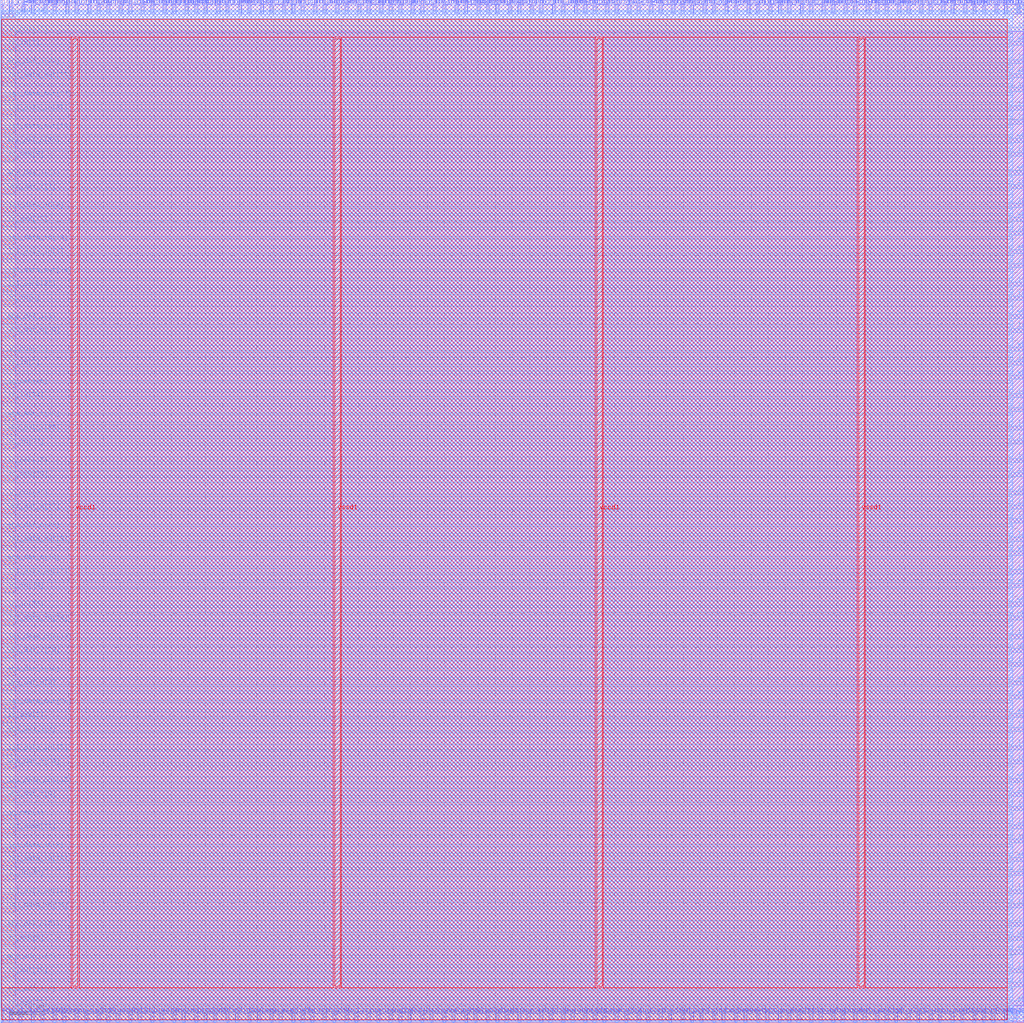
<source format=lef>
VERSION 5.7 ;
  NOWIREEXTENSIONATPIN ON ;
  DIVIDERCHAR "/" ;
  BUSBITCHARS "[]" ;
MACRO wrapped_keyvalue
  CLASS BLOCK ;
  FOREIGN wrapped_keyvalue ;
  ORIGIN 0.000 0.000 ;
  SIZE 300.000 BY 300.000 ;
  PIN active
    DIRECTION INPUT ;
    USE SIGNAL ;
    PORT
      LAYER met2 ;
        RECT 97.470 0.000 98.030 4.000 ;
    END
  END active
  PIN io_in[0]
    DIRECTION INPUT ;
    USE SIGNAL ;
    PORT
      LAYER met3 ;
        RECT 0.000 210.540 4.000 211.740 ;
    END
  END io_in[0]
  PIN io_in[10]
    DIRECTION INPUT ;
    USE SIGNAL ;
    PORT
      LAYER met2 ;
        RECT 12.830 296.000 13.390 300.000 ;
    END
  END io_in[10]
  PIN io_in[11]
    DIRECTION INPUT ;
    USE SIGNAL ;
    PORT
      LAYER met3 ;
        RECT 296.000 273.100 300.000 274.300 ;
    END
  END io_in[11]
  PIN io_in[12]
    DIRECTION INPUT ;
    USE SIGNAL ;
    PORT
      LAYER met2 ;
        RECT 15.590 296.000 16.150 300.000 ;
    END
  END io_in[12]
  PIN io_in[13]
    DIRECTION INPUT ;
    USE SIGNAL ;
    PORT
      LAYER met2 ;
        RECT 111.270 296.000 111.830 300.000 ;
    END
  END io_in[13]
  PIN io_in[14]
    DIRECTION INPUT ;
    USE SIGNAL ;
    PORT
      LAYER met2 ;
        RECT 154.510 0.000 155.070 4.000 ;
    END
  END io_in[14]
  PIN io_in[15]
    DIRECTION INPUT ;
    USE SIGNAL ;
    PORT
      LAYER met2 ;
        RECT 123.230 296.000 123.790 300.000 ;
    END
  END io_in[15]
  PIN io_in[16]
    DIRECTION INPUT ;
    USE SIGNAL ;
    PORT
      LAYER met2 ;
        RECT 278.710 296.000 279.270 300.000 ;
    END
  END io_in[16]
  PIN io_in[17]
    DIRECTION INPUT ;
    USE SIGNAL ;
    PORT
      LAYER met2 ;
        RECT 91.030 0.000 91.590 4.000 ;
    END
  END io_in[17]
  PIN io_in[18]
    DIRECTION INPUT ;
    USE SIGNAL ;
    PORT
      LAYER met3 ;
        RECT 0.000 126.220 4.000 127.420 ;
    END
  END io_in[18]
  PIN io_in[19]
    DIRECTION INPUT ;
    USE SIGNAL ;
    PORT
      LAYER met3 ;
        RECT 296.000 267.660 300.000 268.860 ;
    END
  END io_in[19]
  PIN io_in[1]
    DIRECTION INPUT ;
    USE SIGNAL ;
    PORT
      LAYER met3 ;
        RECT 0.000 285.340 4.000 286.540 ;
    END
  END io_in[1]
  PIN io_in[20]
    DIRECTION INPUT ;
    USE SIGNAL ;
    PORT
      LAYER met2 ;
        RECT 66.190 0.000 66.750 4.000 ;
    END
  END io_in[20]
  PIN io_in[21]
    DIRECTION INPUT ;
    USE SIGNAL ;
    PORT
      LAYER met2 ;
        RECT 158.190 296.000 158.750 300.000 ;
    END
  END io_in[21]
  PIN io_in[22]
    DIRECTION INPUT ;
    USE SIGNAL ;
    PORT
      LAYER met2 ;
        RECT 142.550 0.000 143.110 4.000 ;
    END
  END io_in[22]
  PIN io_in[23]
    DIRECTION INPUT ;
    USE SIGNAL ;
    PORT
      LAYER met2 ;
        RECT 22.030 296.000 22.590 300.000 ;
    END
  END io_in[23]
  PIN io_in[24]
    DIRECTION INPUT ;
    USE SIGNAL ;
    PORT
      LAYER met3 ;
        RECT 296.000 33.740 300.000 34.940 ;
    END
  END io_in[24]
  PIN io_in[25]
    DIRECTION INPUT ;
    USE SIGNAL ;
    PORT
      LAYER met3 ;
        RECT 296.000 211.900 300.000 213.100 ;
    END
  END io_in[25]
  PIN io_in[26]
    DIRECTION INPUT ;
    USE SIGNAL ;
    PORT
      LAYER met2 ;
        RECT 285.150 0.000 285.710 4.000 ;
    END
  END io_in[26]
  PIN io_in[27]
    DIRECTION INPUT ;
    USE SIGNAL ;
    PORT
      LAYER met3 ;
        RECT 0.000 168.380 4.000 169.580 ;
    END
  END io_in[27]
  PIN io_in[28]
    DIRECTION INPUT ;
    USE SIGNAL ;
    PORT
      LAYER met2 ;
        RECT 88.270 296.000 88.830 300.000 ;
    END
  END io_in[28]
  PIN io_in[29]
    DIRECTION INPUT ;
    USE SIGNAL ;
    PORT
      LAYER met2 ;
        RECT 33.990 0.000 34.550 4.000 ;
    END
  END io_in[29]
  PIN io_in[2]
    DIRECTION INPUT ;
    USE SIGNAL ;
    PORT
      LAYER met3 ;
        RECT 0.000 191.500 4.000 192.700 ;
    END
  END io_in[2]
  PIN io_in[30]
    DIRECTION INPUT ;
    USE SIGNAL ;
    PORT
      LAYER met3 ;
        RECT 0.000 41.900 4.000 43.100 ;
    END
  END io_in[30]
  PIN io_in[31]
    DIRECTION INPUT ;
    USE SIGNAL ;
    PORT
      LAYER met2 ;
        RECT 177.510 296.000 178.070 300.000 ;
    END
  END io_in[31]
  PIN io_in[32]
    DIRECTION INPUT ;
    USE SIGNAL ;
    PORT
      LAYER met2 ;
        RECT 189.470 0.000 190.030 4.000 ;
    END
  END io_in[32]
  PIN io_in[33]
    DIRECTION INPUT ;
    USE SIGNAL ;
    PORT
      LAYER met3 ;
        RECT 296.000 254.060 300.000 255.260 ;
    END
  END io_in[33]
  PIN io_in[34]
    DIRECTION INPUT ;
    USE SIGNAL ;
    PORT
      LAYER met3 ;
        RECT 0.000 181.980 4.000 183.180 ;
    END
  END io_in[34]
  PIN io_in[35]
    DIRECTION INPUT ;
    USE SIGNAL ;
    PORT
      LAYER met2 ;
        RECT 11.910 0.000 12.470 4.000 ;
    END
  END io_in[35]
  PIN io_in[36]
    DIRECTION INPUT ;
    USE SIGNAL ;
    PORT
      LAYER met3 ;
        RECT 0.000 120.780 4.000 121.980 ;
    END
  END io_in[36]
  PIN io_in[37]
    DIRECTION INPUT ;
    USE SIGNAL ;
    PORT
      LAYER met3 ;
        RECT 296.000 75.900 300.000 77.100 ;
    END
  END io_in[37]
  PIN io_in[3]
    DIRECTION INPUT ;
    USE SIGNAL ;
    PORT
      LAYER met2 ;
        RECT 82.750 296.000 83.310 300.000 ;
    END
  END io_in[3]
  PIN io_in[4]
    DIRECTION INPUT ;
    USE SIGNAL ;
    PORT
      LAYER met2 ;
        RECT 28.470 296.000 29.030 300.000 ;
    END
  END io_in[4]
  PIN io_in[5]
    DIRECTION INPUT ;
    USE SIGNAL ;
    PORT
      LAYER met2 ;
        RECT 114.030 0.000 114.590 4.000 ;
    END
  END io_in[5]
  PIN io_in[6]
    DIRECTION INPUT ;
    USE SIGNAL ;
    PORT
      LAYER met2 ;
        RECT 225.350 296.000 225.910 300.000 ;
    END
  END io_in[6]
  PIN io_in[7]
    DIRECTION INPUT ;
    USE SIGNAL ;
    PORT
      LAYER met2 ;
        RECT 196.830 296.000 197.390 300.000 ;
    END
  END io_in[7]
  PIN io_in[8]
    DIRECTION INPUT ;
    USE SIGNAL ;
    PORT
      LAYER met2 ;
        RECT 79.070 296.000 79.630 300.000 ;
    END
  END io_in[8]
  PIN io_in[9]
    DIRECTION INPUT ;
    USE SIGNAL ;
    PORT
      LAYER met3 ;
        RECT 296.000 290.780 300.000 291.980 ;
    END
  END io_in[9]
  PIN io_oeb[0]
    DIRECTION OUTPUT TRISTATE ;
    USE SIGNAL ;
    PORT
      LAYER met2 ;
        RECT 259.390 296.000 259.950 300.000 ;
    END
  END io_oeb[0]
  PIN io_oeb[10]
    DIRECTION OUTPUT TRISTATE ;
    USE SIGNAL ;
    PORT
      LAYER met3 ;
        RECT 0.000 158.860 4.000 160.060 ;
    END
  END io_oeb[10]
  PIN io_oeb[11]
    DIRECTION OUTPUT TRISTATE ;
    USE SIGNAL ;
    PORT
      LAYER met2 ;
        RECT 237.310 296.000 237.870 300.000 ;
    END
  END io_oeb[11]
  PIN io_oeb[12]
    DIRECTION OUTPUT TRISTATE ;
    USE SIGNAL ;
    PORT
      LAYER met3 ;
        RECT 296.000 221.420 300.000 222.620 ;
    END
  END io_oeb[12]
  PIN io_oeb[13]
    DIRECTION OUTPUT TRISTATE ;
    USE SIGNAL ;
    PORT
      LAYER met3 ;
        RECT 0.000 233.660 4.000 234.860 ;
    END
  END io_oeb[13]
  PIN io_oeb[14]
    DIRECTION OUTPUT TRISTATE ;
    USE SIGNAL ;
    PORT
      LAYER met3 ;
        RECT 296.000 131.660 300.000 132.860 ;
    END
  END io_oeb[14]
  PIN io_oeb[15]
    DIRECTION OUTPUT TRISTATE ;
    USE SIGNAL ;
    PORT
      LAYER met2 ;
        RECT 31.230 0.000 31.790 4.000 ;
    END
  END io_oeb[15]
  PIN io_oeb[16]
    DIRECTION OUTPUT TRISTATE ;
    USE SIGNAL ;
    PORT
      LAYER met2 ;
        RECT 265.830 0.000 266.390 4.000 ;
    END
  END io_oeb[16]
  PIN io_oeb[17]
    DIRECTION OUTPUT TRISTATE ;
    USE SIGNAL ;
    PORT
      LAYER met2 ;
        RECT 66.190 296.000 66.750 300.000 ;
    END
  END io_oeb[17]
  PIN io_oeb[18]
    DIRECTION OUTPUT TRISTATE ;
    USE SIGNAL ;
    PORT
      LAYER met3 ;
        RECT 0.000 162.940 4.000 164.140 ;
    END
  END io_oeb[18]
  PIN io_oeb[19]
    DIRECTION OUTPUT TRISTATE ;
    USE SIGNAL ;
    PORT
      LAYER met3 ;
        RECT 296.000 66.380 300.000 67.580 ;
    END
  END io_oeb[19]
  PIN io_oeb[1]
    DIRECTION OUTPUT TRISTATE ;
    USE SIGNAL ;
    PORT
      LAYER met3 ;
        RECT 0.000 59.580 4.000 60.780 ;
    END
  END io_oeb[1]
  PIN io_oeb[20]
    DIRECTION OUTPUT TRISTATE ;
    USE SIGNAL ;
    PORT
      LAYER met2 ;
        RECT 145.310 296.000 145.870 300.000 ;
    END
  END io_oeb[20]
  PIN io_oeb[21]
    DIRECTION OUTPUT TRISTATE ;
    USE SIGNAL ;
    PORT
      LAYER met2 ;
        RECT 114.030 296.000 114.590 300.000 ;
    END
  END io_oeb[21]
  PIN io_oeb[22]
    DIRECTION OUTPUT TRISTATE ;
    USE SIGNAL ;
    PORT
      LAYER met2 ;
        RECT 116.790 0.000 117.350 4.000 ;
    END
  END io_oeb[22]
  PIN io_oeb[23]
    DIRECTION OUTPUT TRISTATE ;
    USE SIGNAL ;
    PORT
      LAYER met3 ;
        RECT 0.000 3.820 4.000 5.020 ;
    END
  END io_oeb[23]
  PIN io_oeb[24]
    DIRECTION OUTPUT TRISTATE ;
    USE SIGNAL ;
    PORT
      LAYER met2 ;
        RECT 85.510 0.000 86.070 4.000 ;
    END
  END io_oeb[24]
  PIN io_oeb[25]
    DIRECTION OUTPUT TRISTATE ;
    USE SIGNAL ;
    PORT
      LAYER met2 ;
        RECT 252.950 0.000 253.510 4.000 ;
    END
  END io_oeb[25]
  PIN io_oeb[26]
    DIRECTION OUTPUT TRISTATE ;
    USE SIGNAL ;
    PORT
      LAYER met3 ;
        RECT 0.000 186.060 4.000 187.260 ;
    END
  END io_oeb[26]
  PIN io_oeb[27]
    DIRECTION OUTPUT TRISTATE ;
    USE SIGNAL ;
    PORT
      LAYER met3 ;
        RECT 296.000 160.220 300.000 161.420 ;
    END
  END io_oeb[27]
  PIN io_oeb[28]
    DIRECTION OUTPUT TRISTATE ;
    USE SIGNAL ;
    PORT
      LAYER met2 ;
        RECT 290.670 0.000 291.230 4.000 ;
    END
  END io_oeb[28]
  PIN io_oeb[29]
    DIRECTION OUTPUT TRISTATE ;
    USE SIGNAL ;
    PORT
      LAYER met2 ;
        RECT 224.430 0.000 224.990 4.000 ;
    END
  END io_oeb[29]
  PIN io_oeb[2]
    DIRECTION OUTPUT TRISTATE ;
    USE SIGNAL ;
    PORT
      LAYER met3 ;
        RECT 0.000 88.140 4.000 89.340 ;
    END
  END io_oeb[2]
  PIN io_oeb[30]
    DIRECTION OUTPUT TRISTATE ;
    USE SIGNAL ;
    PORT
      LAYER met3 ;
        RECT 296.000 179.260 300.000 180.460 ;
    END
  END io_oeb[30]
  PIN io_oeb[31]
    DIRECTION OUTPUT TRISTATE ;
    USE SIGNAL ;
    PORT
      LAYER met2 ;
        RECT 68.950 0.000 69.510 4.000 ;
    END
  END io_oeb[31]
  PIN io_oeb[32]
    DIRECTION OUTPUT TRISTATE ;
    USE SIGNAL ;
    PORT
      LAYER met2 ;
        RECT 116.790 296.000 117.350 300.000 ;
    END
  END io_oeb[32]
  PIN io_oeb[33]
    DIRECTION OUTPUT TRISTATE ;
    USE SIGNAL ;
    PORT
      LAYER met2 ;
        RECT 256.630 296.000 257.190 300.000 ;
    END
  END io_oeb[33]
  PIN io_oeb[34]
    DIRECTION OUTPUT TRISTATE ;
    USE SIGNAL ;
    PORT
      LAYER met3 ;
        RECT 296.000 183.340 300.000 184.540 ;
    END
  END io_oeb[34]
  PIN io_oeb[35]
    DIRECTION OUTPUT TRISTATE ;
    USE SIGNAL ;
    PORT
      LAYER met2 ;
        RECT 138.870 0.000 139.430 4.000 ;
    END
  END io_oeb[35]
  PIN io_oeb[36]
    DIRECTION OUTPUT TRISTATE ;
    USE SIGNAL ;
    PORT
      LAYER met2 ;
        RECT 294.350 0.000 294.910 4.000 ;
    END
  END io_oeb[36]
  PIN io_oeb[37]
    DIRECTION OUTPUT TRISTATE ;
    USE SIGNAL ;
    PORT
      LAYER met2 ;
        RECT 59.750 0.000 60.310 4.000 ;
    END
  END io_oeb[37]
  PIN io_oeb[3]
    DIRECTION OUTPUT TRISTATE ;
    USE SIGNAL ;
    PORT
      LAYER met3 ;
        RECT 296.000 62.300 300.000 63.500 ;
    END
  END io_oeb[3]
  PIN io_oeb[4]
    DIRECTION OUTPUT TRISTATE ;
    USE SIGNAL ;
    PORT
      LAYER met2 ;
        RECT 142.550 296.000 143.110 300.000 ;
    END
  END io_oeb[4]
  PIN io_oeb[5]
    DIRECTION OUTPUT TRISTATE ;
    USE SIGNAL ;
    PORT
      LAYER met3 ;
        RECT 0.000 252.700 4.000 253.900 ;
    END
  END io_oeb[5]
  PIN io_oeb[6]
    DIRECTION OUTPUT TRISTATE ;
    USE SIGNAL ;
    PORT
      LAYER met3 ;
        RECT 0.000 22.860 4.000 24.060 ;
    END
  END io_oeb[6]
  PIN io_oeb[7]
    DIRECTION OUTPUT TRISTATE ;
    USE SIGNAL ;
    PORT
      LAYER met2 ;
        RECT 151.750 296.000 152.310 300.000 ;
    END
  END io_oeb[7]
  PIN io_oeb[8]
    DIRECTION OUTPUT TRISTATE ;
    USE SIGNAL ;
    PORT
      LAYER met2 ;
        RECT 275.030 0.000 275.590 4.000 ;
    END
  END io_oeb[8]
  PIN io_oeb[9]
    DIRECTION OUTPUT TRISTATE ;
    USE SIGNAL ;
    PORT
      LAYER met3 ;
        RECT 296.000 146.620 300.000 147.820 ;
    END
  END io_oeb[9]
  PIN io_out[0]
    DIRECTION OUTPUT TRISTATE ;
    USE SIGNAL ;
    PORT
      LAYER met2 ;
        RECT 79.070 0.000 79.630 4.000 ;
    END
  END io_out[0]
  PIN io_out[10]
    DIRECTION OUTPUT TRISTATE ;
    USE SIGNAL ;
    PORT
      LAYER met3 ;
        RECT 0.000 13.340 4.000 14.540 ;
    END
  END io_out[10]
  PIN io_out[11]
    DIRECTION OUTPUT TRISTATE ;
    USE SIGNAL ;
    PORT
      LAYER met2 ;
        RECT 91.950 296.000 92.510 300.000 ;
    END
  END io_out[11]
  PIN io_out[12]
    DIRECTION OUTPUT TRISTATE ;
    USE SIGNAL ;
    PORT
      LAYER met2 ;
        RECT 228.110 0.000 228.670 4.000 ;
    END
  END io_out[12]
  PIN io_out[13]
    DIRECTION OUTPUT TRISTATE ;
    USE SIGNAL ;
    PORT
      LAYER met3 ;
        RECT 0.000 289.420 4.000 290.620 ;
    END
  END io_out[13]
  PIN io_out[14]
    DIRECTION OUTPUT TRISTATE ;
    USE SIGNAL ;
    PORT
      LAYER met3 ;
        RECT 296.000 154.780 300.000 155.980 ;
    END
  END io_out[14]
  PIN io_out[15]
    DIRECTION OUTPUT TRISTATE ;
    USE SIGNAL ;
    PORT
      LAYER met3 ;
        RECT 296.000 296.220 300.000 297.420 ;
    END
  END io_out[15]
  PIN io_out[16]
    DIRECTION OUTPUT TRISTATE ;
    USE SIGNAL ;
    PORT
      LAYER met2 ;
        RECT 148.990 296.000 149.550 300.000 ;
    END
  END io_out[16]
  PIN io_out[17]
    DIRECTION OUTPUT TRISTATE ;
    USE SIGNAL ;
    PORT
      LAYER met3 ;
        RECT 296.000 215.980 300.000 217.180 ;
    END
  END io_out[17]
  PIN io_out[18]
    DIRECTION OUTPUT TRISTATE ;
    USE SIGNAL ;
    PORT
      LAYER met2 ;
        RECT 240.990 296.000 241.550 300.000 ;
    END
  END io_out[18]
  PIN io_out[19]
    DIRECTION OUTPUT TRISTATE ;
    USE SIGNAL ;
    PORT
      LAYER met2 ;
        RECT 291.590 296.000 292.150 300.000 ;
    END
  END io_out[19]
  PIN io_out[1]
    DIRECTION OUTPUT TRISTATE ;
    USE SIGNAL ;
    PORT
      LAYER met2 ;
        RECT 98.390 296.000 98.950 300.000 ;
    END
  END io_out[1]
  PIN io_out[20]
    DIRECTION OUTPUT TRISTATE ;
    USE SIGNAL ;
    PORT
      LAYER met3 ;
        RECT 296.000 52.780 300.000 53.980 ;
    END
  END io_out[20]
  PIN io_out[21]
    DIRECTION OUTPUT TRISTATE ;
    USE SIGNAL ;
    PORT
      LAYER met2 ;
        RECT 208.790 296.000 209.350 300.000 ;
    END
  END io_out[21]
  PIN io_out[22]
    DIRECTION OUTPUT TRISTATE ;
    USE SIGNAL ;
    PORT
      LAYER met2 ;
        RECT 294.350 296.000 294.910 300.000 ;
    END
  END io_out[22]
  PIN io_out[23]
    DIRECTION OUTPUT TRISTATE ;
    USE SIGNAL ;
    PORT
      LAYER met3 ;
        RECT 0.000 153.420 4.000 154.620 ;
    END
  END io_out[23]
  PIN io_out[24]
    DIRECTION OUTPUT TRISTATE ;
    USE SIGNAL ;
    PORT
      LAYER met2 ;
        RECT 259.390 0.000 259.950 4.000 ;
    END
  END io_out[24]
  PIN io_out[25]
    DIRECTION OUTPUT TRISTATE ;
    USE SIGNAL ;
    PORT
      LAYER met3 ;
        RECT 296.000 56.860 300.000 58.060 ;
    END
  END io_out[25]
  PIN io_out[26]
    DIRECTION OUTPUT TRISTATE ;
    USE SIGNAL ;
    PORT
      LAYER met2 ;
        RECT 208.790 0.000 209.350 4.000 ;
    END
  END io_out[26]
  PIN io_out[27]
    DIRECTION OUTPUT TRISTATE ;
    USE SIGNAL ;
    PORT
      LAYER met2 ;
        RECT 54.230 296.000 54.790 300.000 ;
    END
  END io_out[27]
  PIN io_out[28]
    DIRECTION OUTPUT TRISTATE ;
    USE SIGNAL ;
    PORT
      LAYER met2 ;
        RECT 183.030 0.000 183.590 4.000 ;
    END
  END io_out[28]
  PIN io_out[29]
    DIRECTION OUTPUT TRISTATE ;
    USE SIGNAL ;
    PORT
      LAYER met2 ;
        RECT 22.030 0.000 22.590 4.000 ;
    END
  END io_out[29]
  PIN io_out[2]
    DIRECTION OUTPUT TRISTATE ;
    USE SIGNAL ;
    PORT
      LAYER met2 ;
        RECT 25.710 296.000 26.270 300.000 ;
    END
  END io_out[2]
  PIN io_out[30]
    DIRECTION OUTPUT TRISTATE ;
    USE SIGNAL ;
    PORT
      LAYER met3 ;
        RECT 296.000 104.460 300.000 105.660 ;
    END
  END io_out[30]
  PIN io_out[31]
    DIRECTION OUTPUT TRISTATE ;
    USE SIGNAL ;
    PORT
      LAYER met2 ;
        RECT 62.510 0.000 63.070 4.000 ;
    END
  END io_out[31]
  PIN io_out[32]
    DIRECTION OUTPUT TRISTATE ;
    USE SIGNAL ;
    PORT
      LAYER met2 ;
        RECT 243.750 0.000 244.310 4.000 ;
    END
  END io_out[32]
  PIN io_out[33]
    DIRECTION OUTPUT TRISTATE ;
    USE SIGNAL ;
    PORT
      LAYER met3 ;
        RECT 0.000 195.580 4.000 196.780 ;
    END
  END io_out[33]
  PIN io_out[34]
    DIRECTION OUTPUT TRISTATE ;
    USE SIGNAL ;
    PORT
      LAYER met3 ;
        RECT 0.000 294.860 4.000 296.060 ;
    END
  END io_out[34]
  PIN io_out[35]
    DIRECTION OUTPUT TRISTATE ;
    USE SIGNAL ;
    PORT
      LAYER met2 ;
        RECT 173.830 296.000 174.390 300.000 ;
    END
  END io_out[35]
  PIN io_out[36]
    DIRECTION OUTPUT TRISTATE ;
    USE SIGNAL ;
    PORT
      LAYER met2 ;
        RECT 218.910 296.000 219.470 300.000 ;
    END
  END io_out[36]
  PIN io_out[37]
    DIRECTION OUTPUT TRISTATE ;
    USE SIGNAL ;
    PORT
      LAYER met2 ;
        RECT 46.870 0.000 47.430 4.000 ;
    END
  END io_out[37]
  PIN io_out[3]
    DIRECTION OUTPUT TRISTATE ;
    USE SIGNAL ;
    PORT
      LAYER met3 ;
        RECT 296.000 244.540 300.000 245.740 ;
    END
  END io_out[3]
  PIN io_out[4]
    DIRECTION OUTPUT TRISTATE ;
    USE SIGNAL ;
    PORT
      LAYER met2 ;
        RECT 180.270 296.000 180.830 300.000 ;
    END
  END io_out[4]
  PIN io_out[5]
    DIRECTION OUTPUT TRISTATE ;
    USE SIGNAL ;
    PORT
      LAYER met2 ;
        RECT 176.590 0.000 177.150 4.000 ;
    END
  END io_out[5]
  PIN io_out[6]
    DIRECTION OUTPUT TRISTATE ;
    USE SIGNAL ;
    PORT
      LAYER met2 ;
        RECT 199.590 0.000 200.150 4.000 ;
    END
  END io_out[6]
  PIN io_out[7]
    DIRECTION OUTPUT TRISTATE ;
    USE SIGNAL ;
    PORT
      LAYER met2 ;
        RECT 110.350 0.000 110.910 4.000 ;
    END
  END io_out[7]
  PIN io_out[8]
    DIRECTION OUTPUT TRISTATE ;
    USE SIGNAL ;
    PORT
      LAYER met2 ;
        RECT 202.350 296.000 202.910 300.000 ;
    END
  END io_out[8]
  PIN io_out[9]
    DIRECTION OUTPUT TRISTATE ;
    USE SIGNAL ;
    PORT
      LAYER met3 ;
        RECT 296.000 164.300 300.000 165.500 ;
    END
  END io_out[9]
  PIN la1_data_in[0]
    DIRECTION INPUT ;
    USE SIGNAL ;
    PORT
      LAYER met3 ;
        RECT 296.000 37.820 300.000 39.020 ;
    END
  END la1_data_in[0]
  PIN la1_data_in[10]
    DIRECTION INPUT ;
    USE SIGNAL ;
    PORT
      LAYER met2 ;
        RECT 104.830 296.000 105.390 300.000 ;
    END
  END la1_data_in[10]
  PIN la1_data_in[11]
    DIRECTION INPUT ;
    USE SIGNAL ;
    PORT
      LAYER met2 ;
        RECT 34.910 296.000 35.470 300.000 ;
    END
  END la1_data_in[11]
  PIN la1_data_in[12]
    DIRECTION INPUT ;
    USE SIGNAL ;
    PORT
      LAYER met2 ;
        RECT 50.550 296.000 51.110 300.000 ;
    END
  END la1_data_in[12]
  PIN la1_data_in[13]
    DIRECTION INPUT ;
    USE SIGNAL ;
    PORT
      LAYER met3 ;
        RECT 0.000 228.220 4.000 229.420 ;
    END
  END la1_data_in[13]
  PIN la1_data_in[14]
    DIRECTION INPUT ;
    USE SIGNAL ;
    PORT
      LAYER met3 ;
        RECT 0.000 116.700 4.000 117.900 ;
    END
  END la1_data_in[14]
  PIN la1_data_in[15]
    DIRECTION INPUT ;
    USE SIGNAL ;
    PORT
      LAYER met3 ;
        RECT 0.000 78.620 4.000 79.820 ;
    END
  END la1_data_in[15]
  PIN la1_data_in[16]
    DIRECTION INPUT ;
    USE SIGNAL ;
    PORT
      LAYER met3 ;
        RECT 0.000 45.980 4.000 47.180 ;
    END
  END la1_data_in[16]
  PIN la1_data_in[17]
    DIRECTION INPUT ;
    USE SIGNAL ;
    PORT
      LAYER met2 ;
        RECT 278.710 0.000 279.270 4.000 ;
    END
  END la1_data_in[17]
  PIN la1_data_in[18]
    DIRECTION INPUT ;
    USE SIGNAL ;
    PORT
      LAYER met3 ;
        RECT 296.000 202.380 300.000 203.580 ;
    END
  END la1_data_in[18]
  PIN la1_data_in[19]
    DIRECTION INPUT ;
    USE SIGNAL ;
    PORT
      LAYER met2 ;
        RECT 15.590 0.000 16.150 4.000 ;
    END
  END la1_data_in[19]
  PIN la1_data_in[1]
    DIRECTION INPUT ;
    USE SIGNAL ;
    PORT
      LAYER met3 ;
        RECT 0.000 224.140 4.000 225.340 ;
    END
  END la1_data_in[1]
  PIN la1_data_in[20]
    DIRECTION INPUT ;
    USE SIGNAL ;
    PORT
      LAYER met2 ;
        RECT 101.150 0.000 101.710 4.000 ;
    END
  END la1_data_in[20]
  PIN la1_data_in[21]
    DIRECTION INPUT ;
    USE SIGNAL ;
    PORT
      LAYER met2 ;
        RECT 285.150 296.000 285.710 300.000 ;
    END
  END la1_data_in[21]
  PIN la1_data_in[22]
    DIRECTION INPUT ;
    USE SIGNAL ;
    PORT
      LAYER met2 ;
        RECT 120.470 296.000 121.030 300.000 ;
    END
  END la1_data_in[22]
  PIN la1_data_in[23]
    DIRECTION INPUT ;
    USE SIGNAL ;
    PORT
      LAYER met2 ;
        RECT 230.870 0.000 231.430 4.000 ;
    END
  END la1_data_in[23]
  PIN la1_data_in[24]
    DIRECTION INPUT ;
    USE SIGNAL ;
    PORT
      LAYER met2 ;
        RECT 94.710 296.000 95.270 300.000 ;
    END
  END la1_data_in[24]
  PIN la1_data_in[25]
    DIRECTION INPUT ;
    USE SIGNAL ;
    PORT
      LAYER met3 ;
        RECT 0.000 32.380 4.000 33.580 ;
    END
  END la1_data_in[25]
  PIN la1_data_in[26]
    DIRECTION INPUT ;
    USE SIGNAL ;
    PORT
      LAYER met3 ;
        RECT 296.000 85.420 300.000 86.620 ;
    END
  END la1_data_in[26]
  PIN la1_data_in[27]
    DIRECTION INPUT ;
    USE SIGNAL ;
    PORT
      LAYER met3 ;
        RECT 0.000 266.300 4.000 267.500 ;
    END
  END la1_data_in[27]
  PIN la1_data_in[28]
    DIRECTION INPUT ;
    USE SIGNAL ;
    PORT
      LAYER met3 ;
        RECT 296.000 281.260 300.000 282.460 ;
    END
  END la1_data_in[28]
  PIN la1_data_in[29]
    DIRECTION INPUT ;
    USE SIGNAL ;
    PORT
      LAYER met2 ;
        RECT 2.710 296.000 3.270 300.000 ;
    END
  END la1_data_in[29]
  PIN la1_data_in[2]
    DIRECTION INPUT ;
    USE SIGNAL ;
    PORT
      LAYER met3 ;
        RECT 0.000 237.740 4.000 238.940 ;
    END
  END la1_data_in[2]
  PIN la1_data_in[30]
    DIRECTION INPUT ;
    USE SIGNAL ;
    PORT
      LAYER met2 ;
        RECT 205.110 0.000 205.670 4.000 ;
    END
  END la1_data_in[30]
  PIN la1_data_in[31]
    DIRECTION INPUT ;
    USE SIGNAL ;
    PORT
      LAYER met2 ;
        RECT 246.510 0.000 247.070 4.000 ;
    END
  END la1_data_in[31]
  PIN la1_data_in[3]
    DIRECTION INPUT ;
    USE SIGNAL ;
    PORT
      LAYER met3 ;
        RECT 296.000 141.180 300.000 142.380 ;
    END
  END la1_data_in[3]
  PIN la1_data_in[4]
    DIRECTION INPUT ;
    USE SIGNAL ;
    PORT
      LAYER met2 ;
        RECT 161.870 296.000 162.430 300.000 ;
    END
  END la1_data_in[4]
  PIN la1_data_in[5]
    DIRECTION INPUT ;
    USE SIGNAL ;
    PORT
      LAYER met2 ;
        RECT 287.910 0.000 288.470 4.000 ;
    END
  END la1_data_in[5]
  PIN la1_data_in[6]
    DIRECTION INPUT ;
    USE SIGNAL ;
    PORT
      LAYER met2 ;
        RECT 268.590 0.000 269.150 4.000 ;
    END
  END la1_data_in[6]
  PIN la1_data_in[7]
    DIRECTION INPUT ;
    USE SIGNAL ;
    PORT
      LAYER met2 ;
        RECT 164.630 296.000 165.190 300.000 ;
    END
  END la1_data_in[7]
  PIN la1_data_in[8]
    DIRECTION INPUT ;
    USE SIGNAL ;
    PORT
      LAYER met3 ;
        RECT 296.000 10.620 300.000 11.820 ;
    END
  END la1_data_in[8]
  PIN la1_data_in[9]
    DIRECTION INPUT ;
    USE SIGNAL ;
    PORT
      LAYER met3 ;
        RECT 0.000 50.060 4.000 51.260 ;
    END
  END la1_data_in[9]
  PIN la1_data_out[0]
    DIRECTION OUTPUT TRISTATE ;
    USE SIGNAL ;
    PORT
      LAYER met3 ;
        RECT 296.000 14.700 300.000 15.900 ;
    END
  END la1_data_out[0]
  PIN la1_data_out[10]
    DIRECTION OUTPUT TRISTATE ;
    USE SIGNAL ;
    PORT
      LAYER met3 ;
        RECT 0.000 260.860 4.000 262.060 ;
    END
  END la1_data_out[10]
  PIN la1_data_out[11]
    DIRECTION OUTPUT TRISTATE ;
    USE SIGNAL ;
    PORT
      LAYER met2 ;
        RECT 37.670 296.000 38.230 300.000 ;
    END
  END la1_data_out[11]
  PIN la1_data_out[12]
    DIRECTION OUTPUT TRISTATE ;
    USE SIGNAL ;
    PORT
      LAYER met3 ;
        RECT 0.000 111.260 4.000 112.460 ;
    END
  END la1_data_out[12]
  PIN la1_data_out[13]
    DIRECTION OUTPUT TRISTATE ;
    USE SIGNAL ;
    PORT
      LAYER met2 ;
        RECT 44.110 0.000 44.670 4.000 ;
    END
  END la1_data_out[13]
  PIN la1_data_out[14]
    DIRECTION OUTPUT TRISTATE ;
    USE SIGNAL ;
    PORT
      LAYER met2 ;
        RECT 158.190 0.000 158.750 4.000 ;
    END
  END la1_data_out[14]
  PIN la1_data_out[15]
    DIRECTION OUTPUT TRISTATE ;
    USE SIGNAL ;
    PORT
      LAYER met2 ;
        RECT 247.430 296.000 247.990 300.000 ;
    END
  END la1_data_out[15]
  PIN la1_data_out[16]
    DIRECTION OUTPUT TRISTATE ;
    USE SIGNAL ;
    PORT
      LAYER met2 ;
        RECT 126.910 296.000 127.470 300.000 ;
    END
  END la1_data_out[16]
  PIN la1_data_out[17]
    DIRECTION OUTPUT TRISTATE ;
    USE SIGNAL ;
    PORT
      LAYER met3 ;
        RECT 296.000 173.820 300.000 175.020 ;
    END
  END la1_data_out[17]
  PIN la1_data_out[18]
    DIRECTION OUTPUT TRISTATE ;
    USE SIGNAL ;
    PORT
      LAYER met3 ;
        RECT 0.000 69.100 4.000 70.300 ;
    END
  END la1_data_out[18]
  PIN la1_data_out[19]
    DIRECTION OUTPUT TRISTATE ;
    USE SIGNAL ;
    PORT
      LAYER met3 ;
        RECT 296.000 230.940 300.000 232.140 ;
    END
  END la1_data_out[19]
  PIN la1_data_out[1]
    DIRECTION OUTPUT TRISTATE ;
    USE SIGNAL ;
    PORT
      LAYER met2 ;
        RECT 155.430 296.000 155.990 300.000 ;
    END
  END la1_data_out[1]
  PIN la1_data_out[20]
    DIRECTION OUTPUT TRISTATE ;
    USE SIGNAL ;
    PORT
      LAYER met3 ;
        RECT 0.000 92.220 4.000 93.420 ;
    END
  END la1_data_out[20]
  PIN la1_data_out[21]
    DIRECTION OUTPUT TRISTATE ;
    USE SIGNAL ;
    PORT
      LAYER met2 ;
        RECT 44.110 296.000 44.670 300.000 ;
    END
  END la1_data_out[21]
  PIN la1_data_out[22]
    DIRECTION OUTPUT TRISTATE ;
    USE SIGNAL ;
    PORT
      LAYER met2 ;
        RECT 85.510 296.000 86.070 300.000 ;
    END
  END la1_data_out[22]
  PIN la1_data_out[23]
    DIRECTION OUTPUT TRISTATE ;
    USE SIGNAL ;
    PORT
      LAYER met3 ;
        RECT 0.000 275.820 4.000 277.020 ;
    END
  END la1_data_out[23]
  PIN la1_data_out[24]
    DIRECTION OUTPUT TRISTATE ;
    USE SIGNAL ;
    PORT
      LAYER met3 ;
        RECT 0.000 218.700 4.000 219.900 ;
    END
  END la1_data_out[24]
  PIN la1_data_out[25]
    DIRECTION OUTPUT TRISTATE ;
    USE SIGNAL ;
    PORT
      LAYER met3 ;
        RECT 296.000 150.700 300.000 151.900 ;
    END
  END la1_data_out[25]
  PIN la1_data_out[26]
    DIRECTION OUTPUT TRISTATE ;
    USE SIGNAL ;
    PORT
      LAYER met3 ;
        RECT 296.000 169.740 300.000 170.940 ;
    END
  END la1_data_out[26]
  PIN la1_data_out[27]
    DIRECTION OUTPUT TRISTATE ;
    USE SIGNAL ;
    PORT
      LAYER met3 ;
        RECT 0.000 270.380 4.000 271.580 ;
    END
  END la1_data_out[27]
  PIN la1_data_out[28]
    DIRECTION OUTPUT TRISTATE ;
    USE SIGNAL ;
    PORT
      LAYER met2 ;
        RECT 269.510 296.000 270.070 300.000 ;
    END
  END la1_data_out[28]
  PIN la1_data_out[29]
    DIRECTION OUTPUT TRISTATE ;
    USE SIGNAL ;
    PORT
      LAYER met3 ;
        RECT 296.000 112.620 300.000 113.820 ;
    END
  END la1_data_out[29]
  PIN la1_data_out[2]
    DIRECTION OUTPUT TRISTATE ;
    USE SIGNAL ;
    PORT
      LAYER met2 ;
        RECT 103.910 0.000 104.470 4.000 ;
    END
  END la1_data_out[2]
  PIN la1_data_out[30]
    DIRECTION OUTPUT TRISTATE ;
    USE SIGNAL ;
    PORT
      LAYER met2 ;
        RECT 19.270 296.000 19.830 300.000 ;
    END
  END la1_data_out[30]
  PIN la1_data_out[31]
    DIRECTION OUTPUT TRISTATE ;
    USE SIGNAL ;
    PORT
      LAYER met2 ;
        RECT 234.550 296.000 235.110 300.000 ;
    END
  END la1_data_out[31]
  PIN la1_data_out[3]
    DIRECTION OUTPUT TRISTATE ;
    USE SIGNAL ;
    PORT
      LAYER met3 ;
        RECT 0.000 130.300 4.000 131.500 ;
    END
  END la1_data_out[3]
  PIN la1_data_out[4]
    DIRECTION OUTPUT TRISTATE ;
    USE SIGNAL ;
    PORT
      LAYER met3 ;
        RECT 0.000 36.460 4.000 37.660 ;
    END
  END la1_data_out[4]
  PIN la1_data_out[5]
    DIRECTION OUTPUT TRISTATE ;
    USE SIGNAL ;
    PORT
      LAYER met2 ;
        RECT 107.590 0.000 108.150 4.000 ;
    END
  END la1_data_out[5]
  PIN la1_data_out[6]
    DIRECTION OUTPUT TRISTATE ;
    USE SIGNAL ;
    PORT
      LAYER met2 ;
        RECT 217.990 0.000 218.550 4.000 ;
    END
  END la1_data_out[6]
  PIN la1_data_out[7]
    DIRECTION OUTPUT TRISTATE ;
    USE SIGNAL ;
    PORT
      LAYER met3 ;
        RECT 296.000 192.860 300.000 194.060 ;
    END
  END la1_data_out[7]
  PIN la1_data_out[8]
    DIRECTION OUTPUT TRISTATE ;
    USE SIGNAL ;
    PORT
      LAYER met2 ;
        RECT 237.310 0.000 237.870 4.000 ;
    END
  END la1_data_out[8]
  PIN la1_data_out[9]
    DIRECTION OUTPUT TRISTATE ;
    USE SIGNAL ;
    PORT
      LAYER met3 ;
        RECT 0.000 139.820 4.000 141.020 ;
    END
  END la1_data_out[9]
  PIN la1_oenb[0]
    DIRECTION INPUT ;
    USE SIGNAL ;
    PORT
      LAYER met2 ;
        RECT 5.470 0.000 6.030 4.000 ;
    END
  END la1_oenb[0]
  PIN la1_oenb[10]
    DIRECTION INPUT ;
    USE SIGNAL ;
    PORT
      LAYER met2 ;
        RECT 40.430 0.000 40.990 4.000 ;
    END
  END la1_oenb[10]
  PIN la1_oenb[11]
    DIRECTION INPUT ;
    USE SIGNAL ;
    PORT
      LAYER met3 ;
        RECT 0.000 55.500 4.000 56.700 ;
    END
  END la1_oenb[11]
  PIN la1_oenb[12]
    DIRECTION INPUT ;
    USE SIGNAL ;
    PORT
      LAYER met2 ;
        RECT 183.950 296.000 184.510 300.000 ;
    END
  END la1_oenb[12]
  PIN la1_oenb[13]
    DIRECTION INPUT ;
    USE SIGNAL ;
    PORT
      LAYER met2 ;
        RECT 171.070 0.000 171.630 4.000 ;
    END
  END la1_oenb[13]
  PIN la1_oenb[14]
    DIRECTION INPUT ;
    USE SIGNAL ;
    PORT
      LAYER met2 ;
        RECT 81.830 0.000 82.390 4.000 ;
    END
  END la1_oenb[14]
  PIN la1_oenb[15]
    DIRECTION INPUT ;
    USE SIGNAL ;
    PORT
      LAYER met2 ;
        RECT 160.950 0.000 161.510 4.000 ;
    END
  END la1_oenb[15]
  PIN la1_oenb[16]
    DIRECTION INPUT ;
    USE SIGNAL ;
    PORT
      LAYER met3 ;
        RECT 296.000 28.300 300.000 29.500 ;
    END
  END la1_oenb[16]
  PIN la1_oenb[17]
    DIRECTION INPUT ;
    USE SIGNAL ;
    PORT
      LAYER met2 ;
        RECT -0.050 296.000 0.510 300.000 ;
    END
  END la1_oenb[17]
  PIN la1_oenb[18]
    DIRECTION INPUT ;
    USE SIGNAL ;
    PORT
      LAYER met2 ;
        RECT 167.390 0.000 167.950 4.000 ;
    END
  END la1_oenb[18]
  PIN la1_oenb[19]
    DIRECTION INPUT ;
    USE SIGNAL ;
    PORT
      LAYER met2 ;
        RECT 221.670 296.000 222.230 300.000 ;
    END
  END la1_oenb[19]
  PIN la1_oenb[1]
    DIRECTION INPUT ;
    USE SIGNAL ;
    PORT
      LAYER met2 ;
        RECT 215.230 0.000 215.790 4.000 ;
    END
  END la1_oenb[1]
  PIN la1_oenb[20]
    DIRECTION INPUT ;
    USE SIGNAL ;
    PORT
      LAYER met3 ;
        RECT 296.000 79.980 300.000 81.180 ;
    END
  END la1_oenb[20]
  PIN la1_oenb[21]
    DIRECTION INPUT ;
    USE SIGNAL ;
    PORT
      LAYER met2 ;
        RECT 298.030 296.000 298.590 300.000 ;
    END
  END la1_oenb[21]
  PIN la1_oenb[22]
    DIRECTION INPUT ;
    USE SIGNAL ;
    PORT
      LAYER met3 ;
        RECT 296.000 43.260 300.000 44.460 ;
    END
  END la1_oenb[22]
  PIN la1_oenb[23]
    DIRECTION INPUT ;
    USE SIGNAL ;
    PORT
      LAYER met3 ;
        RECT 0.000 214.620 4.000 215.820 ;
    END
  END la1_oenb[23]
  PIN la1_oenb[24]
    DIRECTION INPUT ;
    USE SIGNAL ;
    PORT
      LAYER met3 ;
        RECT 296.000 239.100 300.000 240.300 ;
    END
  END la1_oenb[24]
  PIN la1_oenb[25]
    DIRECTION INPUT ;
    USE SIGNAL ;
    PORT
      LAYER met2 ;
        RECT 240.070 0.000 240.630 4.000 ;
    END
  END la1_oenb[25]
  PIN la1_oenb[26]
    DIRECTION INPUT ;
    USE SIGNAL ;
    PORT
      LAYER met2 ;
        RECT 272.270 296.000 272.830 300.000 ;
    END
  END la1_oenb[26]
  PIN la1_oenb[27]
    DIRECTION INPUT ;
    USE SIGNAL ;
    PORT
      LAYER met2 ;
        RECT 202.350 0.000 202.910 4.000 ;
    END
  END la1_oenb[27]
  PIN la1_oenb[28]
    DIRECTION INPUT ;
    USE SIGNAL ;
    PORT
      LAYER met2 ;
        RECT 193.150 296.000 193.710 300.000 ;
    END
  END la1_oenb[28]
  PIN la1_oenb[29]
    DIRECTION INPUT ;
    USE SIGNAL ;
    PORT
      LAYER met2 ;
        RECT 28.470 0.000 29.030 4.000 ;
    END
  END la1_oenb[29]
  PIN la1_oenb[2]
    DIRECTION INPUT ;
    USE SIGNAL ;
    PORT
      LAYER met2 ;
        RECT 9.150 296.000 9.710 300.000 ;
    END
  END la1_oenb[2]
  PIN la1_oenb[30]
    DIRECTION INPUT ;
    USE SIGNAL ;
    PORT
      LAYER met2 ;
        RECT 123.230 0.000 123.790 4.000 ;
    END
  END la1_oenb[30]
  PIN la1_oenb[31]
    DIRECTION INPUT ;
    USE SIGNAL ;
    PORT
      LAYER met2 ;
        RECT 59.750 296.000 60.310 300.000 ;
    END
  END la1_oenb[31]
  PIN la1_oenb[3]
    DIRECTION INPUT ;
    USE SIGNAL ;
    PORT
      LAYER met2 ;
        RECT 56.990 0.000 57.550 4.000 ;
    END
  END la1_oenb[3]
  PIN la1_oenb[4]
    DIRECTION INPUT ;
    USE SIGNAL ;
    PORT
      LAYER met2 ;
        RECT 211.550 0.000 212.110 4.000 ;
    END
  END la1_oenb[4]
  PIN la1_oenb[5]
    DIRECTION INPUT ;
    USE SIGNAL ;
    PORT
      LAYER met2 ;
        RECT 199.590 296.000 200.150 300.000 ;
    END
  END la1_oenb[5]
  PIN la1_oenb[6]
    DIRECTION INPUT ;
    USE SIGNAL ;
    PORT
      LAYER met3 ;
        RECT 296.000 263.580 300.000 264.780 ;
    END
  END la1_oenb[6]
  PIN la1_oenb[7]
    DIRECTION INPUT ;
    USE SIGNAL ;
    PORT
      LAYER met2 ;
        RECT 107.590 296.000 108.150 300.000 ;
    END
  END la1_oenb[7]
  PIN la1_oenb[8]
    DIRECTION INPUT ;
    USE SIGNAL ;
    PORT
      LAYER met2 ;
        RECT 63.430 296.000 63.990 300.000 ;
    END
  END la1_oenb[8]
  PIN la1_oenb[9]
    DIRECTION INPUT ;
    USE SIGNAL ;
    PORT
      LAYER met2 ;
        RECT 206.030 296.000 206.590 300.000 ;
    END
  END la1_oenb[9]
  PIN vccd1
    DIRECTION INPUT ;
    USE POWER ;
    PORT
      LAYER met4 ;
        RECT 21.040 10.640 22.640 288.560 ;
    END
    PORT
      LAYER met4 ;
        RECT 174.640 10.640 176.240 288.560 ;
    END
  END vccd1
  PIN vssd1
    DIRECTION INPUT ;
    USE GROUND ;
    PORT
      LAYER met4 ;
        RECT 97.840 10.640 99.440 288.560 ;
    END
    PORT
      LAYER met4 ;
        RECT 251.440 10.640 253.040 288.560 ;
    END
  END vssd1
  PIN wb_clk_i
    DIRECTION INPUT ;
    USE SIGNAL ;
    PORT
      LAYER met2 ;
        RECT 262.150 0.000 262.710 4.000 ;
    END
  END wb_clk_i
  PIN wb_rst_i
    DIRECTION INPUT ;
    USE SIGNAL ;
    PORT
      LAYER met2 ;
        RECT 168.310 296.000 168.870 300.000 ;
    END
  END wb_rst_i
  PIN wbs_ack_o
    DIRECTION OUTPUT TRISTATE ;
    USE SIGNAL ;
    PORT
      LAYER met3 ;
        RECT 296.000 5.180 300.000 6.380 ;
    END
  END wbs_ack_o
  PIN wbs_adr_i[0]
    DIRECTION INPUT ;
    USE SIGNAL ;
    PORT
      LAYER met2 ;
        RECT 275.950 296.000 276.510 300.000 ;
    END
  END wbs_adr_i[0]
  PIN wbs_adr_i[10]
    DIRECTION INPUT ;
    USE SIGNAL ;
    PORT
      LAYER met2 ;
        RECT 228.110 296.000 228.670 300.000 ;
    END
  END wbs_adr_i[10]
  PIN wbs_adr_i[11]
    DIRECTION INPUT ;
    USE SIGNAL ;
    PORT
      LAYER met2 ;
        RECT 72.630 296.000 73.190 300.000 ;
    END
  END wbs_adr_i[11]
  PIN wbs_adr_i[12]
    DIRECTION INPUT ;
    USE SIGNAL ;
    PORT
      LAYER met3 ;
        RECT 0.000 176.540 4.000 177.740 ;
    END
  END wbs_adr_i[12]
  PIN wbs_adr_i[13]
    DIRECTION INPUT ;
    USE SIGNAL ;
    PORT
      LAYER met2 ;
        RECT 69.870 296.000 70.430 300.000 ;
    END
  END wbs_adr_i[13]
  PIN wbs_adr_i[14]
    DIRECTION INPUT ;
    USE SIGNAL ;
    PORT
      LAYER met3 ;
        RECT 296.000 137.100 300.000 138.300 ;
    END
  END wbs_adr_i[14]
  PIN wbs_adr_i[15]
    DIRECTION INPUT ;
    USE SIGNAL ;
    PORT
      LAYER met3 ;
        RECT 296.000 118.060 300.000 119.260 ;
    END
  END wbs_adr_i[15]
  PIN wbs_adr_i[16]
    DIRECTION INPUT ;
    USE SIGNAL ;
    PORT
      LAYER met2 ;
        RECT 145.310 0.000 145.870 4.000 ;
    END
  END wbs_adr_i[16]
  PIN wbs_adr_i[17]
    DIRECTION INPUT ;
    USE SIGNAL ;
    PORT
      LAYER met3 ;
        RECT 296.000 94.940 300.000 96.140 ;
    END
  END wbs_adr_i[17]
  PIN wbs_adr_i[18]
    DIRECTION INPUT ;
    USE SIGNAL ;
    PORT
      LAYER met3 ;
        RECT 296.000 1.100 300.000 2.300 ;
    END
  END wbs_adr_i[18]
  PIN wbs_adr_i[19]
    DIRECTION INPUT ;
    USE SIGNAL ;
    PORT
      LAYER met2 ;
        RECT 221.670 0.000 222.230 4.000 ;
    END
  END wbs_adr_i[19]
  PIN wbs_adr_i[1]
    DIRECTION INPUT ;
    USE SIGNAL ;
    PORT
      LAYER met2 ;
        RECT 263.070 296.000 263.630 300.000 ;
    END
  END wbs_adr_i[1]
  PIN wbs_adr_i[20]
    DIRECTION INPUT ;
    USE SIGNAL ;
    PORT
      LAYER met3 ;
        RECT 296.000 258.140 300.000 259.340 ;
    END
  END wbs_adr_i[20]
  PIN wbs_adr_i[21]
    DIRECTION INPUT ;
    USE SIGNAL ;
    PORT
      LAYER met2 ;
        RECT 129.670 0.000 130.230 4.000 ;
    END
  END wbs_adr_i[21]
  PIN wbs_adr_i[22]
    DIRECTION INPUT ;
    USE SIGNAL ;
    PORT
      LAYER met2 ;
        RECT 186.710 0.000 187.270 4.000 ;
    END
  END wbs_adr_i[22]
  PIN wbs_adr_i[23]
    DIRECTION INPUT ;
    USE SIGNAL ;
    PORT
      LAYER met2 ;
        RECT 281.470 0.000 282.030 4.000 ;
    END
  END wbs_adr_i[23]
  PIN wbs_adr_i[24]
    DIRECTION INPUT ;
    USE SIGNAL ;
    PORT
      LAYER met2 ;
        RECT 136.110 296.000 136.670 300.000 ;
    END
  END wbs_adr_i[24]
  PIN wbs_adr_i[25]
    DIRECTION INPUT ;
    USE SIGNAL ;
    PORT
      LAYER met2 ;
        RECT 125.990 0.000 126.550 4.000 ;
    END
  END wbs_adr_i[25]
  PIN wbs_adr_i[26]
    DIRECTION INPUT ;
    USE SIGNAL ;
    PORT
      LAYER met2 ;
        RECT 24.790 0.000 25.350 4.000 ;
    END
  END wbs_adr_i[26]
  PIN wbs_adr_i[27]
    DIRECTION INPUT ;
    USE SIGNAL ;
    PORT
      LAYER met2 ;
        RECT 186.710 296.000 187.270 300.000 ;
    END
  END wbs_adr_i[27]
  PIN wbs_adr_i[28]
    DIRECTION INPUT ;
    USE SIGNAL ;
    PORT
      LAYER met3 ;
        RECT 296.000 99.020 300.000 100.220 ;
    END
  END wbs_adr_i[28]
  PIN wbs_adr_i[29]
    DIRECTION INPUT ;
    USE SIGNAL ;
    PORT
      LAYER met3 ;
        RECT 296.000 225.500 300.000 226.700 ;
    END
  END wbs_adr_i[29]
  PIN wbs_adr_i[2]
    DIRECTION INPUT ;
    USE SIGNAL ;
    PORT
      LAYER met2 ;
        RECT 88.270 0.000 88.830 4.000 ;
    END
  END wbs_adr_i[2]
  PIN wbs_adr_i[30]
    DIRECTION INPUT ;
    USE SIGNAL ;
    PORT
      LAYER met2 ;
        RECT 287.910 296.000 288.470 300.000 ;
    END
  END wbs_adr_i[30]
  PIN wbs_adr_i[31]
    DIRECTION INPUT ;
    USE SIGNAL ;
    PORT
      LAYER met3 ;
        RECT 296.000 47.340 300.000 48.540 ;
    END
  END wbs_adr_i[31]
  PIN wbs_adr_i[3]
    DIRECTION INPUT ;
    USE SIGNAL ;
    PORT
      LAYER met3 ;
        RECT 0.000 17.420 4.000 18.620 ;
    END
  END wbs_adr_i[3]
  PIN wbs_adr_i[4]
    DIRECTION INPUT ;
    USE SIGNAL ;
    PORT
      LAYER met3 ;
        RECT 0.000 243.180 4.000 244.380 ;
    END
  END wbs_adr_i[4]
  PIN wbs_adr_i[5]
    DIRECTION INPUT ;
    USE SIGNAL ;
    PORT
      LAYER met2 ;
        RECT 173.830 0.000 174.390 4.000 ;
    END
  END wbs_adr_i[5]
  PIN wbs_adr_i[6]
    DIRECTION INPUT ;
    USE SIGNAL ;
    PORT
      LAYER met2 ;
        RECT 72.630 0.000 73.190 4.000 ;
    END
  END wbs_adr_i[6]
  PIN wbs_adr_i[7]
    DIRECTION INPUT ;
    USE SIGNAL ;
    PORT
      LAYER met3 ;
        RECT 0.000 7.900 4.000 9.100 ;
    END
  END wbs_adr_i[7]
  PIN wbs_adr_i[8]
    DIRECTION INPUT ;
    USE SIGNAL ;
    PORT
      LAYER met2 ;
        RECT 233.630 0.000 234.190 4.000 ;
    END
  END wbs_adr_i[8]
  PIN wbs_adr_i[9]
    DIRECTION INPUT ;
    USE SIGNAL ;
    PORT
      LAYER met2 ;
        RECT 297.110 0.000 297.670 4.000 ;
    END
  END wbs_adr_i[9]
  PIN wbs_cyc_i
    DIRECTION INPUT ;
    USE SIGNAL ;
    PORT
      LAYER met2 ;
        RECT 171.070 296.000 171.630 300.000 ;
    END
  END wbs_cyc_i
  PIN wbs_dat_i[0]
    DIRECTION INPUT ;
    USE SIGNAL ;
    PORT
      LAYER met3 ;
        RECT 0.000 65.020 4.000 66.220 ;
    END
  END wbs_dat_i[0]
  PIN wbs_dat_i[10]
    DIRECTION INPUT ;
    USE SIGNAL ;
    PORT
      LAYER met2 ;
        RECT 41.350 296.000 41.910 300.000 ;
    END
  END wbs_dat_i[10]
  PIN wbs_dat_i[11]
    DIRECTION INPUT ;
    USE SIGNAL ;
    PORT
      LAYER met2 ;
        RECT 56.990 296.000 57.550 300.000 ;
    END
  END wbs_dat_i[11]
  PIN wbs_dat_i[12]
    DIRECTION INPUT ;
    USE SIGNAL ;
    PORT
      LAYER met2 ;
        RECT 47.790 296.000 48.350 300.000 ;
    END
  END wbs_dat_i[12]
  PIN wbs_dat_i[13]
    DIRECTION INPUT ;
    USE SIGNAL ;
    PORT
      LAYER met2 ;
        RECT 9.150 0.000 9.710 4.000 ;
    END
  END wbs_dat_i[13]
  PIN wbs_dat_i[14]
    DIRECTION INPUT ;
    USE SIGNAL ;
    PORT
      LAYER met3 ;
        RECT 0.000 101.740 4.000 102.940 ;
    END
  END wbs_dat_i[14]
  PIN wbs_dat_i[15]
    DIRECTION INPUT ;
    USE SIGNAL ;
    PORT
      LAYER met3 ;
        RECT 296.000 89.500 300.000 90.700 ;
    END
  END wbs_dat_i[15]
  PIN wbs_dat_i[16]
    DIRECTION INPUT ;
    USE SIGNAL ;
    PORT
      LAYER met2 ;
        RECT 136.110 0.000 136.670 4.000 ;
    END
  END wbs_dat_i[16]
  PIN wbs_dat_i[17]
    DIRECTION INPUT ;
    USE SIGNAL ;
    PORT
      LAYER met2 ;
        RECT 250.190 296.000 250.750 300.000 ;
    END
  END wbs_dat_i[17]
  PIN wbs_dat_i[18]
    DIRECTION INPUT ;
    USE SIGNAL ;
    PORT
      LAYER met3 ;
        RECT 296.000 286.700 300.000 287.900 ;
    END
  END wbs_dat_i[18]
  PIN wbs_dat_i[19]
    DIRECTION INPUT ;
    USE SIGNAL ;
    PORT
      LAYER met2 ;
        RECT 101.150 296.000 101.710 300.000 ;
    END
  END wbs_dat_i[19]
  PIN wbs_dat_i[1]
    DIRECTION INPUT ;
    USE SIGNAL ;
    PORT
      LAYER met3 ;
        RECT 0.000 205.100 4.000 206.300 ;
    END
  END wbs_dat_i[1]
  PIN wbs_dat_i[20]
    DIRECTION INPUT ;
    USE SIGNAL ;
    PORT
      LAYER met3 ;
        RECT 0.000 172.460 4.000 173.660 ;
    END
  END wbs_dat_i[20]
  PIN wbs_dat_i[21]
    DIRECTION INPUT ;
    USE SIGNAL ;
    PORT
      LAYER met3 ;
        RECT 296.000 277.180 300.000 278.380 ;
    END
  END wbs_dat_i[21]
  PIN wbs_dat_i[22]
    DIRECTION INPUT ;
    USE SIGNAL ;
    PORT
      LAYER met3 ;
        RECT 0.000 279.900 4.000 281.100 ;
    END
  END wbs_dat_i[22]
  PIN wbs_dat_i[23]
    DIRECTION INPUT ;
    USE SIGNAL ;
    PORT
      LAYER met3 ;
        RECT 296.000 188.780 300.000 189.980 ;
    END
  END wbs_dat_i[23]
  PIN wbs_dat_i[24]
    DIRECTION INPUT ;
    USE SIGNAL ;
    PORT
      LAYER met3 ;
        RECT 0.000 74.540 4.000 75.740 ;
    END
  END wbs_dat_i[24]
  PIN wbs_dat_i[25]
    DIRECTION INPUT ;
    USE SIGNAL ;
    PORT
      LAYER met3 ;
        RECT 0.000 107.180 4.000 108.380 ;
    END
  END wbs_dat_i[25]
  PIN wbs_dat_i[26]
    DIRECTION INPUT ;
    USE SIGNAL ;
    PORT
      LAYER met2 ;
        RECT 282.390 296.000 282.950 300.000 ;
    END
  END wbs_dat_i[26]
  PIN wbs_dat_i[27]
    DIRECTION INPUT ;
    USE SIGNAL ;
    PORT
      LAYER met2 ;
        RECT 139.790 296.000 140.350 300.000 ;
    END
  END wbs_dat_i[27]
  PIN wbs_dat_i[28]
    DIRECTION INPUT ;
    USE SIGNAL ;
    PORT
      LAYER met2 ;
        RECT 75.390 0.000 75.950 4.000 ;
    END
  END wbs_dat_i[28]
  PIN wbs_dat_i[29]
    DIRECTION INPUT ;
    USE SIGNAL ;
    PORT
      LAYER met3 ;
        RECT 296.000 127.580 300.000 128.780 ;
    END
  END wbs_dat_i[29]
  PIN wbs_dat_i[2]
    DIRECTION INPUT ;
    USE SIGNAL ;
    PORT
      LAYER met2 ;
        RECT 195.910 0.000 196.470 4.000 ;
    END
  END wbs_dat_i[2]
  PIN wbs_dat_i[30]
    DIRECTION INPUT ;
    USE SIGNAL ;
    PORT
      LAYER met3 ;
        RECT 296.000 20.140 300.000 21.340 ;
    END
  END wbs_dat_i[30]
  PIN wbs_dat_i[31]
    DIRECTION INPUT ;
    USE SIGNAL ;
    PORT
      LAYER met3 ;
        RECT 0.000 247.260 4.000 248.460 ;
    END
  END wbs_dat_i[31]
  PIN wbs_dat_i[3]
    DIRECTION INPUT ;
    USE SIGNAL ;
    PORT
      LAYER met2 ;
        RECT 250.190 0.000 250.750 4.000 ;
    END
  END wbs_dat_i[3]
  PIN wbs_dat_i[4]
    DIRECTION INPUT ;
    USE SIGNAL ;
    PORT
      LAYER met2 ;
        RECT 37.670 0.000 38.230 4.000 ;
    END
  END wbs_dat_i[4]
  PIN wbs_dat_i[5]
    DIRECTION INPUT ;
    USE SIGNAL ;
    PORT
      LAYER met2 ;
        RECT 119.550 0.000 120.110 4.000 ;
    END
  END wbs_dat_i[5]
  PIN wbs_dat_i[6]
    DIRECTION INPUT ;
    USE SIGNAL ;
    PORT
      LAYER met3 ;
        RECT 296.000 70.460 300.000 71.660 ;
    END
  END wbs_dat_i[6]
  PIN wbs_dat_i[7]
    DIRECTION INPUT ;
    USE SIGNAL ;
    PORT
      LAYER met2 ;
        RECT 265.830 296.000 266.390 300.000 ;
    END
  END wbs_dat_i[7]
  PIN wbs_dat_i[8]
    DIRECTION INPUT ;
    USE SIGNAL ;
    PORT
      LAYER met3 ;
        RECT 296.000 235.020 300.000 236.220 ;
    END
  END wbs_dat_i[8]
  PIN wbs_dat_i[9]
    DIRECTION INPUT ;
    USE SIGNAL ;
    PORT
      LAYER met2 ;
        RECT 256.630 0.000 257.190 4.000 ;
    END
  END wbs_dat_i[9]
  PIN wbs_dat_o[0]
    DIRECTION OUTPUT TRISTATE ;
    USE SIGNAL ;
    PORT
      LAYER met3 ;
        RECT 0.000 97.660 4.000 98.860 ;
    END
  END wbs_dat_o[0]
  PIN wbs_dat_o[10]
    DIRECTION OUTPUT TRISTATE ;
    USE SIGNAL ;
    PORT
      LAYER met3 ;
        RECT 296.000 122.140 300.000 123.340 ;
    END
  END wbs_dat_o[10]
  PIN wbs_dat_o[11]
    DIRECTION OUTPUT TRISTATE ;
    USE SIGNAL ;
    PORT
      LAYER met2 ;
        RECT 2.710 0.000 3.270 4.000 ;
    END
  END wbs_dat_o[11]
  PIN wbs_dat_o[12]
    DIRECTION OUTPUT TRISTATE ;
    USE SIGNAL ;
    PORT
      LAYER met3 ;
        RECT 296.000 248.620 300.000 249.820 ;
    END
  END wbs_dat_o[12]
  PIN wbs_dat_o[13]
    DIRECTION OUTPUT TRISTATE ;
    USE SIGNAL ;
    PORT
      LAYER met2 ;
        RECT 253.870 296.000 254.430 300.000 ;
    END
  END wbs_dat_o[13]
  PIN wbs_dat_o[14]
    DIRECTION OUTPUT TRISTATE ;
    USE SIGNAL ;
    PORT
      LAYER met2 ;
        RECT 272.270 0.000 272.830 4.000 ;
    END
  END wbs_dat_o[14]
  PIN wbs_dat_o[15]
    DIRECTION OUTPUT TRISTATE ;
    USE SIGNAL ;
    PORT
      LAYER met2 ;
        RECT 243.750 296.000 244.310 300.000 ;
    END
  END wbs_dat_o[15]
  PIN wbs_dat_o[16]
    DIRECTION OUTPUT TRISTATE ;
    USE SIGNAL ;
    PORT
      LAYER met3 ;
        RECT 0.000 134.380 4.000 135.580 ;
    END
  END wbs_dat_o[16]
  PIN wbs_dat_o[17]
    DIRECTION OUTPUT TRISTATE ;
    USE SIGNAL ;
    PORT
      LAYER met3 ;
        RECT 0.000 149.340 4.000 150.540 ;
    END
  END wbs_dat_o[17]
  PIN wbs_dat_o[18]
    DIRECTION OUTPUT TRISTATE ;
    USE SIGNAL ;
    PORT
      LAYER met2 ;
        RECT 164.630 0.000 165.190 4.000 ;
    END
  END wbs_dat_o[18]
  PIN wbs_dat_o[19]
    DIRECTION OUTPUT TRISTATE ;
    USE SIGNAL ;
    PORT
      LAYER met2 ;
        RECT -0.050 0.000 0.510 4.000 ;
    END
  END wbs_dat_o[19]
  PIN wbs_dat_o[1]
    DIRECTION OUTPUT TRISTATE ;
    USE SIGNAL ;
    PORT
      LAYER met2 ;
        RECT 193.150 0.000 193.710 4.000 ;
    END
  END wbs_dat_o[1]
  PIN wbs_dat_o[20]
    DIRECTION OUTPUT TRISTATE ;
    USE SIGNAL ;
    PORT
      LAYER met3 ;
        RECT 0.000 201.020 4.000 202.220 ;
    END
  END wbs_dat_o[20]
  PIN wbs_dat_o[21]
    DIRECTION OUTPUT TRISTATE ;
    USE SIGNAL ;
    PORT
      LAYER met3 ;
        RECT 0.000 26.940 4.000 28.140 ;
    END
  END wbs_dat_o[21]
  PIN wbs_dat_o[22]
    DIRECTION OUTPUT TRISTATE ;
    USE SIGNAL ;
    PORT
      LAYER met2 ;
        RECT 129.670 296.000 130.230 300.000 ;
    END
  END wbs_dat_o[22]
  PIN wbs_dat_o[23]
    DIRECTION OUTPUT TRISTATE ;
    USE SIGNAL ;
    PORT
      LAYER met3 ;
        RECT 0.000 143.900 4.000 145.100 ;
    END
  END wbs_dat_o[23]
  PIN wbs_dat_o[24]
    DIRECTION OUTPUT TRISTATE ;
    USE SIGNAL ;
    PORT
      LAYER met2 ;
        RECT 50.550 0.000 51.110 4.000 ;
    END
  END wbs_dat_o[24]
  PIN wbs_dat_o[25]
    DIRECTION OUTPUT TRISTATE ;
    USE SIGNAL ;
    PORT
      LAYER met2 ;
        RECT 18.350 0.000 18.910 4.000 ;
    END
  END wbs_dat_o[25]
  PIN wbs_dat_o[26]
    DIRECTION OUTPUT TRISTATE ;
    USE SIGNAL ;
    PORT
      LAYER met2 ;
        RECT 190.390 296.000 190.950 300.000 ;
    END
  END wbs_dat_o[26]
  PIN wbs_dat_o[27]
    DIRECTION OUTPUT TRISTATE ;
    USE SIGNAL ;
    PORT
      LAYER met2 ;
        RECT 133.350 296.000 133.910 300.000 ;
    END
  END wbs_dat_o[27]
  PIN wbs_dat_o[28]
    DIRECTION OUTPUT TRISTATE ;
    USE SIGNAL ;
    PORT
      LAYER met2 ;
        RECT 132.430 0.000 132.990 4.000 ;
    END
  END wbs_dat_o[28]
  PIN wbs_dat_o[29]
    DIRECTION OUTPUT TRISTATE ;
    USE SIGNAL ;
    PORT
      LAYER met2 ;
        RECT 230.870 296.000 231.430 300.000 ;
    END
  END wbs_dat_o[29]
  PIN wbs_dat_o[2]
    DIRECTION OUTPUT TRISTATE ;
    USE SIGNAL ;
    PORT
      LAYER met3 ;
        RECT 296.000 24.220 300.000 25.420 ;
    END
  END wbs_dat_o[2]
  PIN wbs_dat_o[30]
    DIRECTION OUTPUT TRISTATE ;
    USE SIGNAL ;
    PORT
      LAYER met3 ;
        RECT 0.000 256.780 4.000 257.980 ;
    END
  END wbs_dat_o[30]
  PIN wbs_dat_o[31]
    DIRECTION OUTPUT TRISTATE ;
    USE SIGNAL ;
    PORT
      LAYER met3 ;
        RECT 296.000 206.460 300.000 207.660 ;
    END
  END wbs_dat_o[31]
  PIN wbs_dat_o[3]
    DIRECTION OUTPUT TRISTATE ;
    USE SIGNAL ;
    PORT
      LAYER met2 ;
        RECT 53.310 0.000 53.870 4.000 ;
    END
  END wbs_dat_o[3]
  PIN wbs_dat_o[4]
    DIRECTION OUTPUT TRISTATE ;
    USE SIGNAL ;
    PORT
      LAYER met2 ;
        RECT 94.710 0.000 95.270 4.000 ;
    END
  END wbs_dat_o[4]
  PIN wbs_dat_o[5]
    DIRECTION OUTPUT TRISTATE ;
    USE SIGNAL ;
    PORT
      LAYER met2 ;
        RECT 148.070 0.000 148.630 4.000 ;
    END
  END wbs_dat_o[5]
  PIN wbs_dat_o[6]
    DIRECTION OUTPUT TRISTATE ;
    USE SIGNAL ;
    PORT
      LAYER met3 ;
        RECT 296.000 196.940 300.000 198.140 ;
    END
  END wbs_dat_o[6]
  PIN wbs_dat_o[7]
    DIRECTION OUTPUT TRISTATE ;
    USE SIGNAL ;
    PORT
      LAYER met2 ;
        RECT 151.750 0.000 152.310 4.000 ;
    END
  END wbs_dat_o[7]
  PIN wbs_dat_o[8]
    DIRECTION OUTPUT TRISTATE ;
    USE SIGNAL ;
    PORT
      LAYER met2 ;
        RECT 215.230 296.000 215.790 300.000 ;
    END
  END wbs_dat_o[8]
  PIN wbs_dat_o[9]
    DIRECTION OUTPUT TRISTATE ;
    USE SIGNAL ;
    PORT
      LAYER met2 ;
        RECT 212.470 296.000 213.030 300.000 ;
    END
  END wbs_dat_o[9]
  PIN wbs_sel_i[0]
    DIRECTION INPUT ;
    USE SIGNAL ;
    PORT
      LAYER met2 ;
        RECT 31.230 296.000 31.790 300.000 ;
    END
  END wbs_sel_i[0]
  PIN wbs_sel_i[1]
    DIRECTION INPUT ;
    USE SIGNAL ;
    PORT
      LAYER met2 ;
        RECT 76.310 296.000 76.870 300.000 ;
    END
  END wbs_sel_i[1]
  PIN wbs_sel_i[2]
    DIRECTION INPUT ;
    USE SIGNAL ;
    PORT
      LAYER met2 ;
        RECT 180.270 0.000 180.830 4.000 ;
    END
  END wbs_sel_i[2]
  PIN wbs_sel_i[3]
    DIRECTION INPUT ;
    USE SIGNAL ;
    PORT
      LAYER met3 ;
        RECT 0.000 84.060 4.000 85.260 ;
    END
  END wbs_sel_i[3]
  PIN wbs_stb_i
    DIRECTION INPUT ;
    USE SIGNAL ;
    PORT
      LAYER met2 ;
        RECT 6.390 296.000 6.950 300.000 ;
    END
  END wbs_stb_i
  PIN wbs_we_i
    DIRECTION INPUT ;
    USE SIGNAL ;
    PORT
      LAYER met3 ;
        RECT 296.000 108.540 300.000 109.740 ;
    END
  END wbs_we_i
  OBS
      LAYER li1 ;
        RECT 4.285 4.845 299.775 290.615 ;
      LAYER met1 ;
        RECT 0.070 0.380 299.850 298.480 ;
      LAYER met2 ;
        RECT 0.790 295.720 2.430 298.510 ;
        RECT 3.550 295.720 6.110 298.510 ;
        RECT 7.230 295.720 8.870 298.510 ;
        RECT 9.990 295.720 12.550 298.510 ;
        RECT 13.670 295.720 15.310 298.510 ;
        RECT 16.430 295.720 18.990 298.510 ;
        RECT 20.110 295.720 21.750 298.510 ;
        RECT 22.870 295.720 25.430 298.510 ;
        RECT 26.550 295.720 28.190 298.510 ;
        RECT 29.310 295.720 30.950 298.510 ;
        RECT 32.070 295.720 34.630 298.510 ;
        RECT 35.750 295.720 37.390 298.510 ;
        RECT 38.510 295.720 41.070 298.510 ;
        RECT 42.190 295.720 43.830 298.510 ;
        RECT 44.950 295.720 47.510 298.510 ;
        RECT 48.630 295.720 50.270 298.510 ;
        RECT 51.390 295.720 53.950 298.510 ;
        RECT 55.070 295.720 56.710 298.510 ;
        RECT 57.830 295.720 59.470 298.510 ;
        RECT 60.590 295.720 63.150 298.510 ;
        RECT 64.270 295.720 65.910 298.510 ;
        RECT 67.030 295.720 69.590 298.510 ;
        RECT 70.710 295.720 72.350 298.510 ;
        RECT 73.470 295.720 76.030 298.510 ;
        RECT 77.150 295.720 78.790 298.510 ;
        RECT 79.910 295.720 82.470 298.510 ;
        RECT 83.590 295.720 85.230 298.510 ;
        RECT 86.350 295.720 87.990 298.510 ;
        RECT 89.110 295.720 91.670 298.510 ;
        RECT 92.790 295.720 94.430 298.510 ;
        RECT 95.550 295.720 98.110 298.510 ;
        RECT 99.230 295.720 100.870 298.510 ;
        RECT 101.990 295.720 104.550 298.510 ;
        RECT 105.670 295.720 107.310 298.510 ;
        RECT 108.430 295.720 110.990 298.510 ;
        RECT 112.110 295.720 113.750 298.510 ;
        RECT 114.870 295.720 116.510 298.510 ;
        RECT 117.630 295.720 120.190 298.510 ;
        RECT 121.310 295.720 122.950 298.510 ;
        RECT 124.070 295.720 126.630 298.510 ;
        RECT 127.750 295.720 129.390 298.510 ;
        RECT 130.510 295.720 133.070 298.510 ;
        RECT 134.190 295.720 135.830 298.510 ;
        RECT 136.950 295.720 139.510 298.510 ;
        RECT 140.630 295.720 142.270 298.510 ;
        RECT 143.390 295.720 145.030 298.510 ;
        RECT 146.150 295.720 148.710 298.510 ;
        RECT 149.830 295.720 151.470 298.510 ;
        RECT 152.590 295.720 155.150 298.510 ;
        RECT 156.270 295.720 157.910 298.510 ;
        RECT 159.030 295.720 161.590 298.510 ;
        RECT 162.710 295.720 164.350 298.510 ;
        RECT 165.470 295.720 168.030 298.510 ;
        RECT 169.150 295.720 170.790 298.510 ;
        RECT 171.910 295.720 173.550 298.510 ;
        RECT 174.670 295.720 177.230 298.510 ;
        RECT 178.350 295.720 179.990 298.510 ;
        RECT 181.110 295.720 183.670 298.510 ;
        RECT 184.790 295.720 186.430 298.510 ;
        RECT 187.550 295.720 190.110 298.510 ;
        RECT 191.230 295.720 192.870 298.510 ;
        RECT 193.990 295.720 196.550 298.510 ;
        RECT 197.670 295.720 199.310 298.510 ;
        RECT 200.430 295.720 202.070 298.510 ;
        RECT 203.190 295.720 205.750 298.510 ;
        RECT 206.870 295.720 208.510 298.510 ;
        RECT 209.630 295.720 212.190 298.510 ;
        RECT 213.310 295.720 214.950 298.510 ;
        RECT 216.070 295.720 218.630 298.510 ;
        RECT 219.750 295.720 221.390 298.510 ;
        RECT 222.510 295.720 225.070 298.510 ;
        RECT 226.190 295.720 227.830 298.510 ;
        RECT 228.950 295.720 230.590 298.510 ;
        RECT 231.710 295.720 234.270 298.510 ;
        RECT 235.390 295.720 237.030 298.510 ;
        RECT 238.150 295.720 240.710 298.510 ;
        RECT 241.830 295.720 243.470 298.510 ;
        RECT 244.590 295.720 247.150 298.510 ;
        RECT 248.270 295.720 249.910 298.510 ;
        RECT 251.030 295.720 253.590 298.510 ;
        RECT 254.710 295.720 256.350 298.510 ;
        RECT 257.470 295.720 259.110 298.510 ;
        RECT 260.230 295.720 262.790 298.510 ;
        RECT 263.910 295.720 265.550 298.510 ;
        RECT 266.670 295.720 269.230 298.510 ;
        RECT 270.350 295.720 271.990 298.510 ;
        RECT 273.110 295.720 275.670 298.510 ;
        RECT 276.790 295.720 278.430 298.510 ;
        RECT 279.550 295.720 282.110 298.510 ;
        RECT 283.230 295.720 284.870 298.510 ;
        RECT 285.990 295.720 287.630 298.510 ;
        RECT 288.750 295.720 291.310 298.510 ;
        RECT 292.430 295.720 294.070 298.510 ;
        RECT 295.190 295.720 297.750 298.510 ;
        RECT 298.870 295.720 299.820 298.510 ;
        RECT 0.090 4.280 299.820 295.720 ;
        RECT 0.790 0.155 2.430 4.280 ;
        RECT 3.550 0.155 5.190 4.280 ;
        RECT 6.310 0.155 8.870 4.280 ;
        RECT 9.990 0.155 11.630 4.280 ;
        RECT 12.750 0.155 15.310 4.280 ;
        RECT 16.430 0.155 18.070 4.280 ;
        RECT 19.190 0.155 21.750 4.280 ;
        RECT 22.870 0.155 24.510 4.280 ;
        RECT 25.630 0.155 28.190 4.280 ;
        RECT 29.310 0.155 30.950 4.280 ;
        RECT 32.070 0.155 33.710 4.280 ;
        RECT 34.830 0.155 37.390 4.280 ;
        RECT 38.510 0.155 40.150 4.280 ;
        RECT 41.270 0.155 43.830 4.280 ;
        RECT 44.950 0.155 46.590 4.280 ;
        RECT 47.710 0.155 50.270 4.280 ;
        RECT 51.390 0.155 53.030 4.280 ;
        RECT 54.150 0.155 56.710 4.280 ;
        RECT 57.830 0.155 59.470 4.280 ;
        RECT 60.590 0.155 62.230 4.280 ;
        RECT 63.350 0.155 65.910 4.280 ;
        RECT 67.030 0.155 68.670 4.280 ;
        RECT 69.790 0.155 72.350 4.280 ;
        RECT 73.470 0.155 75.110 4.280 ;
        RECT 76.230 0.155 78.790 4.280 ;
        RECT 79.910 0.155 81.550 4.280 ;
        RECT 82.670 0.155 85.230 4.280 ;
        RECT 86.350 0.155 87.990 4.280 ;
        RECT 89.110 0.155 90.750 4.280 ;
        RECT 91.870 0.155 94.430 4.280 ;
        RECT 95.550 0.155 97.190 4.280 ;
        RECT 98.310 0.155 100.870 4.280 ;
        RECT 101.990 0.155 103.630 4.280 ;
        RECT 104.750 0.155 107.310 4.280 ;
        RECT 108.430 0.155 110.070 4.280 ;
        RECT 111.190 0.155 113.750 4.280 ;
        RECT 114.870 0.155 116.510 4.280 ;
        RECT 117.630 0.155 119.270 4.280 ;
        RECT 120.390 0.155 122.950 4.280 ;
        RECT 124.070 0.155 125.710 4.280 ;
        RECT 126.830 0.155 129.390 4.280 ;
        RECT 130.510 0.155 132.150 4.280 ;
        RECT 133.270 0.155 135.830 4.280 ;
        RECT 136.950 0.155 138.590 4.280 ;
        RECT 139.710 0.155 142.270 4.280 ;
        RECT 143.390 0.155 145.030 4.280 ;
        RECT 146.150 0.155 147.790 4.280 ;
        RECT 148.910 0.155 151.470 4.280 ;
        RECT 152.590 0.155 154.230 4.280 ;
        RECT 155.350 0.155 157.910 4.280 ;
        RECT 159.030 0.155 160.670 4.280 ;
        RECT 161.790 0.155 164.350 4.280 ;
        RECT 165.470 0.155 167.110 4.280 ;
        RECT 168.230 0.155 170.790 4.280 ;
        RECT 171.910 0.155 173.550 4.280 ;
        RECT 174.670 0.155 176.310 4.280 ;
        RECT 177.430 0.155 179.990 4.280 ;
        RECT 181.110 0.155 182.750 4.280 ;
        RECT 183.870 0.155 186.430 4.280 ;
        RECT 187.550 0.155 189.190 4.280 ;
        RECT 190.310 0.155 192.870 4.280 ;
        RECT 193.990 0.155 195.630 4.280 ;
        RECT 196.750 0.155 199.310 4.280 ;
        RECT 200.430 0.155 202.070 4.280 ;
        RECT 203.190 0.155 204.830 4.280 ;
        RECT 205.950 0.155 208.510 4.280 ;
        RECT 209.630 0.155 211.270 4.280 ;
        RECT 212.390 0.155 214.950 4.280 ;
        RECT 216.070 0.155 217.710 4.280 ;
        RECT 218.830 0.155 221.390 4.280 ;
        RECT 222.510 0.155 224.150 4.280 ;
        RECT 225.270 0.155 227.830 4.280 ;
        RECT 228.950 0.155 230.590 4.280 ;
        RECT 231.710 0.155 233.350 4.280 ;
        RECT 234.470 0.155 237.030 4.280 ;
        RECT 238.150 0.155 239.790 4.280 ;
        RECT 240.910 0.155 243.470 4.280 ;
        RECT 244.590 0.155 246.230 4.280 ;
        RECT 247.350 0.155 249.910 4.280 ;
        RECT 251.030 0.155 252.670 4.280 ;
        RECT 253.790 0.155 256.350 4.280 ;
        RECT 257.470 0.155 259.110 4.280 ;
        RECT 260.230 0.155 261.870 4.280 ;
        RECT 262.990 0.155 265.550 4.280 ;
        RECT 266.670 0.155 268.310 4.280 ;
        RECT 269.430 0.155 271.990 4.280 ;
        RECT 273.110 0.155 274.750 4.280 ;
        RECT 275.870 0.155 278.430 4.280 ;
        RECT 279.550 0.155 281.190 4.280 ;
        RECT 282.310 0.155 284.870 4.280 ;
        RECT 285.990 0.155 287.630 4.280 ;
        RECT 288.750 0.155 290.390 4.280 ;
        RECT 291.510 0.155 294.070 4.280 ;
        RECT 295.190 0.155 296.830 4.280 ;
        RECT 297.950 0.155 299.820 4.280 ;
      LAYER met3 ;
        RECT 0.065 296.460 295.600 296.985 ;
        RECT 4.400 295.820 295.600 296.460 ;
        RECT 4.400 294.460 296.635 295.820 ;
        RECT 0.065 292.380 296.635 294.460 ;
        RECT 0.065 291.020 295.600 292.380 ;
        RECT 4.400 290.380 295.600 291.020 ;
        RECT 4.400 289.020 296.635 290.380 ;
        RECT 0.065 288.300 296.635 289.020 ;
        RECT 0.065 286.940 295.600 288.300 ;
        RECT 4.400 286.300 295.600 286.940 ;
        RECT 4.400 284.940 296.635 286.300 ;
        RECT 0.065 282.860 296.635 284.940 ;
        RECT 0.065 281.500 295.600 282.860 ;
        RECT 4.400 280.860 295.600 281.500 ;
        RECT 4.400 279.500 296.635 280.860 ;
        RECT 0.065 278.780 296.635 279.500 ;
        RECT 0.065 277.420 295.600 278.780 ;
        RECT 4.400 276.780 295.600 277.420 ;
        RECT 4.400 275.420 296.635 276.780 ;
        RECT 0.065 274.700 296.635 275.420 ;
        RECT 0.065 272.700 295.600 274.700 ;
        RECT 0.065 271.980 296.635 272.700 ;
        RECT 4.400 269.980 296.635 271.980 ;
        RECT 0.065 269.260 296.635 269.980 ;
        RECT 0.065 267.900 295.600 269.260 ;
        RECT 4.400 267.260 295.600 267.900 ;
        RECT 4.400 265.900 296.635 267.260 ;
        RECT 0.065 265.180 296.635 265.900 ;
        RECT 0.065 263.180 295.600 265.180 ;
        RECT 0.065 262.460 296.635 263.180 ;
        RECT 4.400 260.460 296.635 262.460 ;
        RECT 0.065 259.740 296.635 260.460 ;
        RECT 0.065 258.380 295.600 259.740 ;
        RECT 4.400 257.740 295.600 258.380 ;
        RECT 4.400 256.380 296.635 257.740 ;
        RECT 0.065 255.660 296.635 256.380 ;
        RECT 0.065 254.300 295.600 255.660 ;
        RECT 4.400 253.660 295.600 254.300 ;
        RECT 4.400 252.300 296.635 253.660 ;
        RECT 0.065 250.220 296.635 252.300 ;
        RECT 0.065 248.860 295.600 250.220 ;
        RECT 4.400 248.220 295.600 248.860 ;
        RECT 4.400 246.860 296.635 248.220 ;
        RECT 0.065 246.140 296.635 246.860 ;
        RECT 0.065 244.780 295.600 246.140 ;
        RECT 4.400 244.140 295.600 244.780 ;
        RECT 4.400 242.780 296.635 244.140 ;
        RECT 0.065 240.700 296.635 242.780 ;
        RECT 0.065 239.340 295.600 240.700 ;
        RECT 4.400 238.700 295.600 239.340 ;
        RECT 4.400 237.340 296.635 238.700 ;
        RECT 0.065 236.620 296.635 237.340 ;
        RECT 0.065 235.260 295.600 236.620 ;
        RECT 4.400 234.620 295.600 235.260 ;
        RECT 4.400 233.260 296.635 234.620 ;
        RECT 0.065 232.540 296.635 233.260 ;
        RECT 0.065 230.540 295.600 232.540 ;
        RECT 0.065 229.820 296.635 230.540 ;
        RECT 4.400 227.820 296.635 229.820 ;
        RECT 0.065 227.100 296.635 227.820 ;
        RECT 0.065 225.740 295.600 227.100 ;
        RECT 4.400 225.100 295.600 225.740 ;
        RECT 4.400 223.740 296.635 225.100 ;
        RECT 0.065 223.020 296.635 223.740 ;
        RECT 0.065 221.020 295.600 223.020 ;
        RECT 0.065 220.300 296.635 221.020 ;
        RECT 4.400 218.300 296.635 220.300 ;
        RECT 0.065 217.580 296.635 218.300 ;
        RECT 0.065 216.220 295.600 217.580 ;
        RECT 4.400 215.580 295.600 216.220 ;
        RECT 4.400 214.220 296.635 215.580 ;
        RECT 0.065 213.500 296.635 214.220 ;
        RECT 0.065 212.140 295.600 213.500 ;
        RECT 4.400 211.500 295.600 212.140 ;
        RECT 4.400 210.140 296.635 211.500 ;
        RECT 0.065 208.060 296.635 210.140 ;
        RECT 0.065 206.700 295.600 208.060 ;
        RECT 4.400 206.060 295.600 206.700 ;
        RECT 4.400 204.700 296.635 206.060 ;
        RECT 0.065 203.980 296.635 204.700 ;
        RECT 0.065 202.620 295.600 203.980 ;
        RECT 4.400 201.980 295.600 202.620 ;
        RECT 4.400 200.620 296.635 201.980 ;
        RECT 0.065 198.540 296.635 200.620 ;
        RECT 0.065 197.180 295.600 198.540 ;
        RECT 4.400 196.540 295.600 197.180 ;
        RECT 4.400 195.180 296.635 196.540 ;
        RECT 0.065 194.460 296.635 195.180 ;
        RECT 0.065 193.100 295.600 194.460 ;
        RECT 4.400 192.460 295.600 193.100 ;
        RECT 4.400 191.100 296.635 192.460 ;
        RECT 0.065 190.380 296.635 191.100 ;
        RECT 0.065 188.380 295.600 190.380 ;
        RECT 0.065 187.660 296.635 188.380 ;
        RECT 4.400 185.660 296.635 187.660 ;
        RECT 0.065 184.940 296.635 185.660 ;
        RECT 0.065 183.580 295.600 184.940 ;
        RECT 4.400 182.940 295.600 183.580 ;
        RECT 4.400 181.580 296.635 182.940 ;
        RECT 0.065 180.860 296.635 181.580 ;
        RECT 0.065 178.860 295.600 180.860 ;
        RECT 0.065 178.140 296.635 178.860 ;
        RECT 4.400 176.140 296.635 178.140 ;
        RECT 0.065 175.420 296.635 176.140 ;
        RECT 0.065 174.060 295.600 175.420 ;
        RECT 4.400 173.420 295.600 174.060 ;
        RECT 4.400 172.060 296.635 173.420 ;
        RECT 0.065 171.340 296.635 172.060 ;
        RECT 0.065 169.980 295.600 171.340 ;
        RECT 4.400 169.340 295.600 169.980 ;
        RECT 4.400 167.980 296.635 169.340 ;
        RECT 0.065 165.900 296.635 167.980 ;
        RECT 0.065 164.540 295.600 165.900 ;
        RECT 4.400 163.900 295.600 164.540 ;
        RECT 4.400 162.540 296.635 163.900 ;
        RECT 0.065 161.820 296.635 162.540 ;
        RECT 0.065 160.460 295.600 161.820 ;
        RECT 4.400 159.820 295.600 160.460 ;
        RECT 4.400 158.460 296.635 159.820 ;
        RECT 0.065 156.380 296.635 158.460 ;
        RECT 0.065 155.020 295.600 156.380 ;
        RECT 4.400 154.380 295.600 155.020 ;
        RECT 4.400 153.020 296.635 154.380 ;
        RECT 0.065 152.300 296.635 153.020 ;
        RECT 0.065 150.940 295.600 152.300 ;
        RECT 4.400 150.300 295.600 150.940 ;
        RECT 4.400 148.940 296.635 150.300 ;
        RECT 0.065 148.220 296.635 148.940 ;
        RECT 0.065 146.220 295.600 148.220 ;
        RECT 0.065 145.500 296.635 146.220 ;
        RECT 4.400 143.500 296.635 145.500 ;
        RECT 0.065 142.780 296.635 143.500 ;
        RECT 0.065 141.420 295.600 142.780 ;
        RECT 4.400 140.780 295.600 141.420 ;
        RECT 4.400 139.420 296.635 140.780 ;
        RECT 0.065 138.700 296.635 139.420 ;
        RECT 0.065 136.700 295.600 138.700 ;
        RECT 0.065 135.980 296.635 136.700 ;
        RECT 4.400 133.980 296.635 135.980 ;
        RECT 0.065 133.260 296.635 133.980 ;
        RECT 0.065 131.900 295.600 133.260 ;
        RECT 4.400 131.260 295.600 131.900 ;
        RECT 4.400 129.900 296.635 131.260 ;
        RECT 0.065 129.180 296.635 129.900 ;
        RECT 0.065 127.820 295.600 129.180 ;
        RECT 4.400 127.180 295.600 127.820 ;
        RECT 4.400 125.820 296.635 127.180 ;
        RECT 0.065 123.740 296.635 125.820 ;
        RECT 0.065 122.380 295.600 123.740 ;
        RECT 4.400 121.740 295.600 122.380 ;
        RECT 4.400 120.380 296.635 121.740 ;
        RECT 0.065 119.660 296.635 120.380 ;
        RECT 0.065 118.300 295.600 119.660 ;
        RECT 4.400 117.660 295.600 118.300 ;
        RECT 4.400 116.300 296.635 117.660 ;
        RECT 0.065 114.220 296.635 116.300 ;
        RECT 0.065 112.860 295.600 114.220 ;
        RECT 4.400 112.220 295.600 112.860 ;
        RECT 4.400 110.860 296.635 112.220 ;
        RECT 0.065 110.140 296.635 110.860 ;
        RECT 0.065 108.780 295.600 110.140 ;
        RECT 4.400 108.140 295.600 108.780 ;
        RECT 4.400 106.780 296.635 108.140 ;
        RECT 0.065 106.060 296.635 106.780 ;
        RECT 0.065 104.060 295.600 106.060 ;
        RECT 0.065 103.340 296.635 104.060 ;
        RECT 4.400 101.340 296.635 103.340 ;
        RECT 0.065 100.620 296.635 101.340 ;
        RECT 0.065 99.260 295.600 100.620 ;
        RECT 4.400 98.620 295.600 99.260 ;
        RECT 4.400 97.260 296.635 98.620 ;
        RECT 0.065 96.540 296.635 97.260 ;
        RECT 0.065 94.540 295.600 96.540 ;
        RECT 0.065 93.820 296.635 94.540 ;
        RECT 4.400 91.820 296.635 93.820 ;
        RECT 0.065 91.100 296.635 91.820 ;
        RECT 0.065 89.740 295.600 91.100 ;
        RECT 4.400 89.100 295.600 89.740 ;
        RECT 4.400 87.740 296.635 89.100 ;
        RECT 0.065 87.020 296.635 87.740 ;
        RECT 0.065 85.660 295.600 87.020 ;
        RECT 4.400 85.020 295.600 85.660 ;
        RECT 4.400 83.660 296.635 85.020 ;
        RECT 0.065 81.580 296.635 83.660 ;
        RECT 0.065 80.220 295.600 81.580 ;
        RECT 4.400 79.580 295.600 80.220 ;
        RECT 4.400 78.220 296.635 79.580 ;
        RECT 0.065 77.500 296.635 78.220 ;
        RECT 0.065 76.140 295.600 77.500 ;
        RECT 4.400 75.500 295.600 76.140 ;
        RECT 4.400 74.140 296.635 75.500 ;
        RECT 0.065 72.060 296.635 74.140 ;
        RECT 0.065 70.700 295.600 72.060 ;
        RECT 4.400 70.060 295.600 70.700 ;
        RECT 4.400 68.700 296.635 70.060 ;
        RECT 0.065 67.980 296.635 68.700 ;
        RECT 0.065 66.620 295.600 67.980 ;
        RECT 4.400 65.980 295.600 66.620 ;
        RECT 4.400 64.620 296.635 65.980 ;
        RECT 0.065 63.900 296.635 64.620 ;
        RECT 0.065 61.900 295.600 63.900 ;
        RECT 0.065 61.180 296.635 61.900 ;
        RECT 4.400 59.180 296.635 61.180 ;
        RECT 0.065 58.460 296.635 59.180 ;
        RECT 0.065 57.100 295.600 58.460 ;
        RECT 4.400 56.460 295.600 57.100 ;
        RECT 4.400 55.100 296.635 56.460 ;
        RECT 0.065 54.380 296.635 55.100 ;
        RECT 0.065 52.380 295.600 54.380 ;
        RECT 0.065 51.660 296.635 52.380 ;
        RECT 4.400 49.660 296.635 51.660 ;
        RECT 0.065 48.940 296.635 49.660 ;
        RECT 0.065 47.580 295.600 48.940 ;
        RECT 4.400 46.940 295.600 47.580 ;
        RECT 4.400 45.580 296.635 46.940 ;
        RECT 0.065 44.860 296.635 45.580 ;
        RECT 0.065 43.500 295.600 44.860 ;
        RECT 4.400 42.860 295.600 43.500 ;
        RECT 4.400 41.500 296.635 42.860 ;
        RECT 0.065 39.420 296.635 41.500 ;
        RECT 0.065 38.060 295.600 39.420 ;
        RECT 4.400 37.420 295.600 38.060 ;
        RECT 4.400 36.060 296.635 37.420 ;
        RECT 0.065 35.340 296.635 36.060 ;
        RECT 0.065 33.980 295.600 35.340 ;
        RECT 4.400 33.340 295.600 33.980 ;
        RECT 4.400 31.980 296.635 33.340 ;
        RECT 0.065 29.900 296.635 31.980 ;
        RECT 0.065 28.540 295.600 29.900 ;
        RECT 4.400 27.900 295.600 28.540 ;
        RECT 4.400 26.540 296.635 27.900 ;
        RECT 0.065 25.820 296.635 26.540 ;
        RECT 0.065 24.460 295.600 25.820 ;
        RECT 4.400 23.820 295.600 24.460 ;
        RECT 4.400 22.460 296.635 23.820 ;
        RECT 0.065 21.740 296.635 22.460 ;
        RECT 0.065 19.740 295.600 21.740 ;
        RECT 0.065 19.020 296.635 19.740 ;
        RECT 4.400 17.020 296.635 19.020 ;
        RECT 0.065 16.300 296.635 17.020 ;
        RECT 0.065 14.940 295.600 16.300 ;
        RECT 4.400 14.300 295.600 14.940 ;
        RECT 4.400 12.940 296.635 14.300 ;
        RECT 0.065 12.220 296.635 12.940 ;
        RECT 0.065 10.220 295.600 12.220 ;
        RECT 0.065 9.500 296.635 10.220 ;
        RECT 4.400 7.500 296.635 9.500 ;
        RECT 0.065 6.780 296.635 7.500 ;
        RECT 0.065 5.420 295.600 6.780 ;
        RECT 4.400 4.780 295.600 5.420 ;
        RECT 4.400 3.420 296.635 4.780 ;
        RECT 0.065 2.700 296.635 3.420 ;
        RECT 0.065 0.700 295.600 2.700 ;
        RECT 0.065 0.175 296.635 0.700 ;
      LAYER met4 ;
        RECT 0.295 288.960 295.025 294.265 ;
        RECT 0.295 10.240 20.640 288.960 ;
        RECT 23.040 10.240 97.440 288.960 ;
        RECT 99.840 10.240 174.240 288.960 ;
        RECT 176.640 10.240 251.040 288.960 ;
        RECT 253.440 10.240 295.025 288.960 ;
        RECT 0.295 0.855 295.025 10.240 ;
  END
END wrapped_keyvalue
END LIBRARY


</source>
